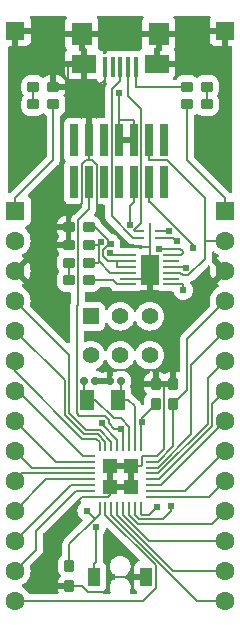
<source format=gtl>
G04 #@! TF.GenerationSoftware,KiCad,Pcbnew,(6.0.9)*
G04 #@! TF.CreationDate,2022-12-10T19:39:28+09:00*
G04 #@! TF.ProjectId,EB-STM32L412KB,45422d53-544d-4333-924c-3431324b422e,V2.0*
G04 #@! TF.SameCoordinates,Original*
G04 #@! TF.FileFunction,Copper,L1,Top*
G04 #@! TF.FilePolarity,Positive*
%FSLAX46Y46*%
G04 Gerber Fmt 4.6, Leading zero omitted, Abs format (unit mm)*
G04 Created by KiCad (PCBNEW (6.0.9)) date 2022-12-10 19:39:28*
%MOMM*%
%LPD*%
G01*
G04 APERTURE LIST*
G04 Aperture macros list*
%AMRoundRect*
0 Rectangle with rounded corners*
0 $1 Rounding radius*
0 $2 $3 $4 $5 $6 $7 $8 $9 X,Y pos of 4 corners*
0 Add a 4 corners polygon primitive as box body*
4,1,4,$2,$3,$4,$5,$6,$7,$8,$9,$2,$3,0*
0 Add four circle primitives for the rounded corners*
1,1,$1+$1,$2,$3*
1,1,$1+$1,$4,$5*
1,1,$1+$1,$6,$7*
1,1,$1+$1,$8,$9*
0 Add four rect primitives between the rounded corners*
20,1,$1+$1,$2,$3,$4,$5,0*
20,1,$1+$1,$4,$5,$6,$7,0*
20,1,$1+$1,$6,$7,$8,$9,0*
20,1,$1+$1,$8,$9,$2,$3,0*%
G04 Aperture macros list end*
G04 #@! TA.AperFunction,SMDPad,CuDef*
%ADD10RoundRect,0.225000X0.275000X0.225000X-0.275000X0.225000X-0.275000X-0.225000X0.275000X-0.225000X0*%
G04 #@! TD*
G04 #@! TA.AperFunction,SMDPad,CuDef*
%ADD11RoundRect,0.225000X-0.225000X0.275000X-0.225000X-0.275000X0.225000X-0.275000X0.225000X0.275000X0*%
G04 #@! TD*
G04 #@! TA.AperFunction,SMDPad,CuDef*
%ADD12RoundRect,0.150000X0.150000X0.150000X-0.150000X0.150000X-0.150000X-0.150000X0.150000X-0.150000X0*%
G04 #@! TD*
G04 #@! TA.AperFunction,SMDPad,CuDef*
%ADD13RoundRect,0.150000X-0.150000X-0.150000X0.150000X-0.150000X0.150000X0.150000X-0.150000X0.150000X0*%
G04 #@! TD*
G04 #@! TA.AperFunction,SMDPad,CuDef*
%ADD14R,0.300000X1.750000*%
G04 #@! TD*
G04 #@! TA.AperFunction,SMDPad,CuDef*
%ADD15R,2.100000X1.600000*%
G04 #@! TD*
G04 #@! TA.AperFunction,ComponentPad*
%ADD16R,1.800000X1.900000*%
G04 #@! TD*
G04 #@! TA.AperFunction,SMDPad,CuDef*
%ADD17R,0.650000X2.770000*%
G04 #@! TD*
G04 #@! TA.AperFunction,SMDPad,CuDef*
%ADD18RoundRect,0.225000X-0.275000X-0.225000X0.275000X-0.225000X0.275000X0.225000X-0.275000X0.225000X0*%
G04 #@! TD*
G04 #@! TA.AperFunction,SMDPad,CuDef*
%ADD19R,1.000000X1.600000*%
G04 #@! TD*
G04 #@! TA.AperFunction,SMDPad,CuDef*
%ADD20R,0.675000X0.200000*%
G04 #@! TD*
G04 #@! TA.AperFunction,SMDPad,CuDef*
%ADD21R,0.200000X0.700000*%
G04 #@! TD*
G04 #@! TA.AperFunction,SMDPad,CuDef*
%ADD22R,1.400000X0.150000*%
G04 #@! TD*
G04 #@! TA.AperFunction,SMDPad,CuDef*
%ADD23R,1.500000X2.500000*%
G04 #@! TD*
G04 #@! TA.AperFunction,SMDPad,CuDef*
%ADD24R,0.150000X0.800000*%
G04 #@! TD*
G04 #@! TA.AperFunction,SMDPad,CuDef*
%ADD25R,0.800000X0.150000*%
G04 #@! TD*
G04 #@! TA.AperFunction,SMDPad,CuDef*
%ADD26R,1.200000X1.200000*%
G04 #@! TD*
G04 #@! TA.AperFunction,SMDPad,CuDef*
%ADD27R,1.200000X1.800000*%
G04 #@! TD*
G04 #@! TA.AperFunction,ComponentPad*
%ADD28R,1.600000X1.600000*%
G04 #@! TD*
G04 #@! TA.AperFunction,ComponentPad*
%ADD29C,1.600000*%
G04 #@! TD*
G04 #@! TA.AperFunction,ComponentPad*
%ADD30R,1.400000X1.400000*%
G04 #@! TD*
G04 #@! TA.AperFunction,ComponentPad*
%ADD31C,1.400000*%
G04 #@! TD*
G04 #@! TA.AperFunction,ViaPad*
%ADD32C,0.609600*%
G04 #@! TD*
G04 #@! TA.AperFunction,Conductor*
%ADD33C,0.152400*%
G04 #@! TD*
G04 APERTURE END LIST*
D10*
X-2650000Y-2900000D03*
X-4350000Y-2900000D03*
X-2650000Y-1400000D03*
X-4350000Y-1400000D03*
D11*
X3000000Y-14650000D03*
X3000000Y-16350000D03*
X-4300000Y-30050000D03*
X-4300000Y-31750000D03*
D12*
X100000Y-14400000D03*
X-900000Y-14400000D03*
D13*
X-3100000Y-14400000D03*
X-2100000Y-14400000D03*
D10*
X-5650000Y10500000D03*
X-7350000Y10500000D03*
X-2650000Y-5900000D03*
X-4350000Y-5900000D03*
X7350000Y10500000D03*
X5650000Y10500000D03*
D14*
X1300000Y12125000D03*
X650000Y12125000D03*
X0Y12125000D03*
X-650000Y12125000D03*
X-1300000Y12125000D03*
D15*
X-3100000Y12450000D03*
X3100000Y12450000D03*
D16*
X-3250000Y15000000D03*
X3250000Y15000000D03*
D17*
X3710000Y5978000D03*
X3710000Y2422000D03*
X2440000Y5978000D03*
X2440000Y2422000D03*
X1170000Y5978000D03*
X1170000Y2422000D03*
X-100000Y5978000D03*
X-100000Y2422000D03*
X-1370000Y5978000D03*
X-1370000Y2422000D03*
X-2640000Y5978000D03*
X-2640000Y2422000D03*
X-3910000Y5978000D03*
X-3910000Y2422000D03*
D18*
X5650000Y9000000D03*
X7350000Y9000000D03*
X-7350000Y9000000D03*
X-5650000Y9000000D03*
D10*
X-2650000Y-4400000D03*
X-4350000Y-4400000D03*
D19*
X-2200000Y-31000000D03*
X2200000Y-31000000D03*
D20*
X1712500Y-2275000D03*
X1712500Y-1725000D03*
D21*
X2500000Y-1350000D03*
D20*
X3287500Y-1725000D03*
X3287500Y-2275000D03*
D21*
X2500000Y-2650000D03*
D22*
X700000Y-3750000D03*
X700000Y-4250000D03*
X700000Y-4750000D03*
X700000Y-5250000D03*
X700000Y-5750000D03*
X700000Y-6250000D03*
X4300000Y-6250000D03*
X4300000Y-5750000D03*
X4300000Y-5250000D03*
X4300000Y-4750000D03*
X4300000Y-4250000D03*
X4300000Y-3750000D03*
D23*
X2500000Y-5000000D03*
D24*
X1750000Y-20000000D03*
X1250000Y-20000000D03*
X750000Y-20000000D03*
X250000Y-20000000D03*
X-250000Y-20000000D03*
X-750000Y-20000000D03*
X-1250000Y-20000000D03*
X-1750000Y-20000000D03*
D25*
X-2500000Y-20750000D03*
X-2500000Y-21250000D03*
X-2500000Y-21750000D03*
X-2500000Y-22250000D03*
X-2500000Y-22750000D03*
X-2500000Y-23250000D03*
X-2500000Y-23750000D03*
X-2500000Y-24250000D03*
D24*
X-1750000Y-25000000D03*
X-1250000Y-25000000D03*
X-750000Y-25000000D03*
X-250000Y-25000000D03*
X250000Y-25000000D03*
X750000Y-25000000D03*
X1250000Y-25000000D03*
X1750000Y-25000000D03*
D25*
X2500000Y-24250000D03*
X2500000Y-23750000D03*
X2500000Y-23250000D03*
X2500000Y-22750000D03*
X2500000Y-22250000D03*
X2500000Y-21750000D03*
X2500000Y-21250000D03*
D26*
X-900000Y-23400000D03*
X-900000Y-21600000D03*
D25*
X2500000Y-20750000D03*
D26*
X900000Y-21600000D03*
X900000Y-23400000D03*
D27*
X-200000Y-16000000D03*
X-2800000Y-16000000D03*
D28*
X-8890000Y15240000D03*
X8890000Y15240000D03*
X-8890000Y0D03*
D29*
X-8890000Y-2540000D03*
X-8890000Y-5080000D03*
X-8890000Y-7620000D03*
X-8890000Y-10160000D03*
X-8890000Y-12700000D03*
X-8890000Y-15240000D03*
X-8890000Y-17780000D03*
X-8890000Y-20320000D03*
X-8890000Y-22860000D03*
X-8890000Y-25400000D03*
X-8890000Y-27940000D03*
X-8890000Y-30480000D03*
X-8890000Y-33020000D03*
D30*
X-2500000Y-8950000D03*
D31*
X0Y-8950000D03*
X2500000Y-8950000D03*
X-2500000Y-12250000D03*
X0Y-12250000D03*
X2500000Y-12250000D03*
D11*
X4500000Y-14650000D03*
X4500000Y-16350000D03*
D28*
X8890000Y0D03*
D29*
X8890000Y-2540000D03*
X8890000Y-5080000D03*
X8890000Y-7620000D03*
X8890000Y-10160000D03*
X8890000Y-12700000D03*
X8890000Y-15240000D03*
X8890000Y-17780000D03*
X8890000Y-20320000D03*
X8890000Y-22860000D03*
X8890000Y-25400000D03*
X8890000Y-27940000D03*
X8890000Y-30480000D03*
X8890000Y-33020000D03*
D32*
X-1631000Y-2693000D03*
X-100000Y9983800D03*
X-700000Y-31000000D03*
X100000Y-18457500D03*
X-2021500Y-26781900D03*
X3100000Y-25095800D03*
X822989Y-1177011D03*
X6200000Y-3200000D03*
X4300000Y-25000000D03*
X1807900Y-17873800D03*
X-2800000Y-25400000D03*
X-802100Y-2783400D03*
X-1565300Y-17965100D03*
X5336800Y-6744700D03*
X5540700Y-4874700D03*
X3318100Y-3226800D03*
X4800000Y-2600000D03*
X-881500Y-3596400D03*
X4138100Y-1689500D03*
D33*
X-2650000Y-2900000D02*
X-1821500Y-2900000D01*
X-1631000Y-2709500D02*
X-1631000Y-2693000D01*
X-1821500Y-4321500D02*
X-1900000Y-4400000D01*
X5650000Y4319500D02*
X5650000Y9000000D01*
X8890000Y1079500D02*
X5650000Y4319500D01*
X-1821500Y-3850100D02*
X-1821500Y-4321500D01*
X-1821500Y-2900000D02*
X-1821500Y-3850100D01*
X-1821500Y-4278500D02*
X-850000Y-5250000D01*
X-8890000Y1079500D02*
X-5650000Y4319500D01*
X-1900000Y-4400000D02*
X-2650000Y-4400000D01*
X-1821500Y-2900000D02*
X-1631000Y-2709500D01*
X-5650000Y4319500D02*
X-5650000Y9000000D01*
X8890000Y0D02*
X8890000Y1079500D01*
X-850000Y-5250000D02*
X700000Y-5250000D01*
X-1821500Y-3850100D02*
X-1821500Y-4278500D01*
X-8890000Y0D02*
X-8890000Y1079500D01*
X900000Y-3100000D02*
X2500000Y-3100000D01*
X-8890000Y-5080000D02*
X-8680000Y-5080000D01*
X8890000Y-5080000D02*
X5231800Y-8738200D01*
X-6500000Y-2900000D02*
X-4350000Y-2900000D01*
X900000Y-21600000D02*
X1779500Y-21600000D01*
X2500000Y-2710100D02*
X2500000Y-2650000D01*
X-2640000Y5978000D02*
X-2640000Y8540000D01*
X-3250000Y15000000D02*
X-3250000Y13770500D01*
X-100000Y6711400D02*
X-100000Y5978000D01*
X-1300000Y11100000D02*
X-1700000Y10700000D01*
X-2640000Y5145800D02*
X-2640000Y4313500D01*
X-100000Y6711400D02*
X-100000Y9983800D01*
X3250000Y13770500D02*
X3100000Y13620500D01*
X-900000Y-23400000D02*
X900000Y-23400000D01*
X1820500Y-20750000D02*
X1820500Y-21559000D01*
X3750000Y-14650000D02*
X3000000Y-14650000D01*
X-900000Y-21600000D02*
X-20500Y-21600000D01*
X-100000Y7642500D02*
X1170000Y7642500D01*
X2800000Y-13500000D02*
X-900000Y-13500000D01*
X-2420700Y4313500D02*
X-1974600Y3867400D01*
X-4429500Y10770500D02*
X-4700000Y10500000D01*
X3750000Y-14650000D02*
X3750000Y-20150000D01*
X-2640000Y4313500D02*
X-2866800Y4313500D01*
X-3250000Y-24250000D02*
X-5700000Y-26700000D01*
X-2600000Y10700000D02*
X-3100000Y11200000D01*
X-100000Y6711400D02*
X-100000Y7642500D01*
X-2640000Y8540000D02*
X-4600000Y10500000D01*
X-4600000Y10500000D02*
X-5650000Y10500000D01*
X700000Y-5750000D02*
X2250000Y-5750000D01*
X-4429500Y12450000D02*
X-4429500Y10770500D01*
X-2100000Y-14400000D02*
X-900000Y-14400000D01*
X-4350000Y-1400000D02*
X-4350000Y-2900000D01*
X-2500000Y-24250000D02*
X-3250000Y-24250000D01*
X4500000Y-8946900D02*
X4500000Y-14650000D01*
X-8680000Y-5080000D02*
X-6500000Y-2900000D01*
X-4250000Y-31800000D02*
X-4300000Y-31750000D01*
X4500000Y-14650000D02*
X3750000Y-14650000D01*
X2500000Y-20750000D02*
X1820500Y-20750000D01*
X3100000Y13620500D02*
X3100000Y12450000D01*
X900000Y-23400000D02*
X900000Y-21600000D01*
X-1000000Y-32000000D02*
X-1300000Y-32300000D01*
X-3250000Y13770500D02*
X-3100000Y13620500D01*
X-1700000Y10700000D02*
X-2600000Y10700000D01*
X-5700000Y-31400000D02*
X-5350000Y-31750000D01*
X1820500Y-21559000D02*
X1779500Y-21600000D01*
X3000000Y-13700000D02*
X2800000Y-13500000D01*
X-5700000Y-26700000D02*
X-5700000Y-31400000D01*
X-900000Y-21600000D02*
X-900000Y-23400000D01*
X-2866800Y4313500D02*
X-3244500Y3935800D01*
X-1050000Y-24250000D02*
X-2500000Y-24250000D01*
X900000Y-21600000D02*
X-20500Y-21600000D01*
X3750000Y-20150000D02*
X3150000Y-20750000D01*
X2500000Y-5000000D02*
X2500000Y-5750000D01*
X-900000Y-23400000D02*
X-900000Y-24100000D01*
X4708700Y-8738200D02*
X2500000Y-6529500D01*
X-1300000Y-32300000D02*
X-2758800Y-32300000D01*
X-3100000Y12450000D02*
X-4429500Y12450000D01*
X-4350000Y-429400D02*
X-4350000Y-1400000D01*
X-3100000Y13279500D02*
X-3100000Y12450000D01*
X2500000Y-5750000D02*
X2500000Y-6529500D01*
X2200000Y-31000000D02*
X-700000Y-31000000D01*
X-900000Y-24100000D02*
X-1050000Y-24250000D01*
X-3258800Y-31800000D02*
X-4250000Y-31800000D01*
X3150000Y-20750000D02*
X2500000Y-20750000D01*
X-3100000Y13620500D02*
X-3100000Y13279500D01*
X-1300000Y12125000D02*
X-1300000Y11100000D01*
X-3244500Y3935800D02*
X-3244500Y676100D01*
X-2758800Y-32300000D02*
X-3258800Y-31800000D01*
X2500000Y-5000000D02*
X2500000Y-2710100D01*
X3250000Y15000000D02*
X3250000Y13770500D01*
X2500000Y-2650000D02*
X2500000Y-1350000D01*
X-900000Y-13500000D02*
X-900000Y-14400000D01*
X-2640000Y4313500D02*
X-2420700Y4313500D01*
X-3244500Y676100D02*
X-4350000Y-429400D01*
X-1974600Y-225400D02*
X900000Y-3100000D01*
X-1974600Y3867400D02*
X-1974600Y-225400D01*
X-1000000Y-31300000D02*
X-1000000Y-32000000D01*
X3000000Y-14650000D02*
X3000000Y-13700000D01*
X-5350000Y-31750000D02*
X-4300000Y-31750000D01*
X-3100000Y11200000D02*
X-3100000Y12450000D01*
X-4700000Y10500000D02*
X-5650000Y10500000D01*
X-700000Y-31000000D02*
X-1000000Y-31300000D01*
X4708700Y-8738200D02*
X4500000Y-8946900D01*
X-2640000Y5145800D02*
X-2640000Y5978000D01*
X1170000Y7642500D02*
X1170000Y5978000D01*
X5231800Y-8738200D02*
X4708700Y-8738200D01*
X1223600Y-19294100D02*
X1250000Y-19320500D01*
X1223600Y-16544100D02*
X1223600Y-19294100D01*
X-200000Y-16000000D02*
X100000Y-15700000D01*
X-200000Y-16000000D02*
X679500Y-16000000D01*
X100000Y-15700000D02*
X100000Y-14400000D01*
X679500Y-16000000D02*
X1223600Y-16544100D01*
X1250000Y-20000000D02*
X1250000Y-19320500D01*
X-524178Y-17575822D02*
X-2100000Y-16000000D01*
X-3100000Y-15700000D02*
X-2800000Y-16000000D01*
X-3100000Y-14400000D02*
X-3100000Y-15700000D01*
X44506Y-17575822D02*
X-524178Y-17575822D01*
X-2100000Y-16000000D02*
X-2800000Y-16000000D01*
X750000Y-20000000D02*
X750000Y-18281316D01*
X750000Y-18281316D02*
X44506Y-17575822D01*
X-7350000Y9000000D02*
X-7350000Y10500000D01*
X-629500Y-5900000D02*
X-279500Y-6250000D01*
X-2650000Y-5900000D02*
X-629500Y-5900000D01*
X-279500Y-6250000D02*
X700000Y-6250000D01*
X-4350000Y-4400000D02*
X-4350000Y-5900000D01*
X7350000Y9000000D02*
X7350000Y10500000D01*
X1300000Y12125000D02*
X1300000Y10500000D01*
X1300000Y10500000D02*
X5650000Y10500000D01*
X1712500Y-2275000D02*
X1095500Y-2275000D01*
X-704600Y-474900D02*
X-704600Y10265900D01*
X-704600Y10265900D02*
X0Y10970500D01*
X1095500Y-2275000D02*
X-704600Y-474900D01*
X0Y12125000D02*
X0Y10970500D01*
X1774600Y-1051584D02*
X1163092Y-1663092D01*
X1163092Y-1663092D02*
X1225000Y-1725000D01*
X650000Y9742700D02*
X650000Y12125000D01*
X1774600Y8618100D02*
X1774600Y-1051584D01*
X1774600Y8618100D02*
X650000Y9742700D01*
X1225000Y-1725000D02*
X1712500Y-1725000D01*
X250000Y-18607500D02*
X100000Y-18457500D01*
X100000Y-18457500D02*
X-542500Y-18457500D01*
X-2200000Y-31000000D02*
X-2200000Y-29920500D01*
X-981100Y-17723116D02*
X-1323316Y-17380900D01*
X-981100Y-18018900D02*
X-981100Y-17723116D01*
X-3685500Y-8086600D02*
X-3569500Y-7970600D01*
X-2200000Y-29920500D02*
X-2021500Y-29742000D01*
X-542500Y-18457500D02*
X-981100Y-18018900D01*
X250000Y-20000000D02*
X250000Y-18607500D01*
X-2640000Y125400D02*
X-2640000Y2422000D01*
X-1323316Y-17380900D02*
X-3477900Y-17380900D01*
X-3685500Y-17173300D02*
X-3685500Y-8086600D01*
X-2021500Y-29742000D02*
X-2021500Y-26781900D01*
X-3569500Y-804100D02*
X-2640000Y125400D01*
X-3569500Y-7970600D02*
X-3569500Y-804100D01*
X-3477900Y-17380900D02*
X-3685500Y-17173300D01*
X1170000Y757500D02*
X1170000Y2422000D01*
X3100000Y-25095800D02*
X2451400Y-25744400D01*
X822989Y-1177011D02*
X822989Y410489D01*
X2451400Y-25744400D02*
X1844400Y-25744400D01*
X1750000Y-25650000D02*
X1750000Y-25000000D01*
X1844400Y-25744400D02*
X1750000Y-25650000D01*
X822989Y410489D02*
X1170000Y757500D01*
X2547900Y757500D02*
X2440000Y757500D01*
X1593694Y-26100000D02*
X1250000Y-25756306D01*
X1250000Y-25756306D02*
X1250000Y-25000000D01*
X3600000Y-26100000D02*
X1593694Y-26100000D01*
X6200000Y-2894600D02*
X2547900Y757500D01*
X6200000Y-3200000D02*
X6200000Y-2894600D01*
X2440000Y757500D02*
X2440000Y2422000D01*
X4300000Y-25000000D02*
X4300000Y-25400000D01*
X4300000Y-25400000D02*
X3600000Y-26100000D01*
X-8890000Y-30480000D02*
X-7100000Y-28690000D01*
X-7100000Y-27100000D02*
X-3750000Y-23750000D01*
X-3750000Y-23750000D02*
X-2500000Y-23750000D01*
X-7100000Y-28690000D02*
X-7100000Y-27100000D01*
X-8890000Y-27940000D02*
X-4200000Y-23250000D01*
X-4200000Y-23250000D02*
X-2500000Y-23250000D01*
X-8890000Y-25400000D02*
X-6240000Y-22750000D01*
X-6240000Y-22750000D02*
X-2500000Y-22750000D01*
X-8890000Y-22860000D02*
X-8280000Y-22250000D01*
X-8280000Y-22250000D02*
X-2500000Y-22250000D01*
X-7460000Y-21750000D02*
X-2500000Y-21750000D01*
X-8890000Y-20320000D02*
X-7460000Y-21750000D01*
X-5420000Y-21250000D02*
X-2500000Y-21250000D01*
X-8890000Y-17780000D02*
X-5420000Y-21250000D01*
X-8689500Y-15240000D02*
X-3179500Y-20750000D01*
X-2500000Y-20750000D02*
X-3179500Y-20750000D01*
X-8890000Y-15240000D02*
X-8689500Y-15240000D01*
X-8890000Y-12700000D02*
X-8890000Y-13610000D01*
X-8890000Y-13610000D02*
X-3199200Y-19300800D01*
X-1750000Y-19583388D02*
X-1750000Y-20000000D01*
X-3199200Y-19300800D02*
X-2032588Y-19300800D01*
X-2032588Y-19300800D02*
X-1750000Y-19583388D01*
X-1250000Y-20000000D02*
X-1250000Y-19580494D01*
X-1885294Y-18945200D02*
X-3051906Y-18945200D01*
X-4685200Y-17311906D02*
X-4685200Y-14364800D01*
X-4685200Y-14364800D02*
X-8890000Y-10160000D01*
X-3051906Y-18945200D02*
X-4685200Y-17311906D01*
X-1250000Y-19580494D02*
X-1885294Y-18945200D01*
X-4329500Y-17164712D02*
X-2904612Y-18589600D01*
X-750000Y-19577600D02*
X-750000Y-20000000D01*
X-1738000Y-18589600D02*
X-750000Y-19577600D01*
X-4329500Y-12180500D02*
X-4329500Y-17164712D01*
X-8890000Y-7620000D02*
X-4329500Y-12180500D01*
X-2904612Y-18589600D02*
X-1738000Y-18589600D01*
X-1250000Y-25000000D02*
X-1250000Y-25795100D01*
X1897500Y-33020000D02*
X-8890000Y-33020000D01*
X-1250000Y-25795100D02*
X2991300Y-30036400D01*
X2991300Y-31926200D02*
X1897500Y-33020000D01*
X2991300Y-30036400D02*
X2991300Y-31926200D01*
X-750000Y-25768800D02*
X6501200Y-33020000D01*
X6501200Y-33020000D02*
X8890000Y-33020000D01*
X-750000Y-25000000D02*
X-750000Y-25616600D01*
X-750000Y-25616600D02*
X-750000Y-25768800D01*
X4464300Y-30480000D02*
X-250000Y-25765700D01*
X8890000Y-30480000D02*
X4464300Y-30480000D01*
X-250000Y-25765700D02*
X-250000Y-25000000D01*
X250000Y-25762300D02*
X250000Y-25000000D01*
X2427700Y-27940000D02*
X250000Y-25762300D01*
X8890000Y-27940000D02*
X2427700Y-27940000D01*
X750000Y-25759200D02*
X750000Y-25000000D01*
X8890000Y-25400000D02*
X7790000Y-26500000D01*
X1490800Y-26500000D02*
X750000Y-25759200D01*
X7790000Y-26500000D02*
X1490800Y-26500000D01*
X7500000Y-24250000D02*
X3179500Y-24250000D01*
X2500000Y-24250000D02*
X3179500Y-24250000D01*
X8890000Y-22860000D02*
X7500000Y-24250000D01*
X8890000Y-20320000D02*
X5460000Y-23750000D01*
X5460000Y-23750000D02*
X2500000Y-23750000D01*
X3420000Y-23250000D02*
X8890000Y-17780000D01*
X2500000Y-23250000D02*
X3420000Y-23250000D01*
X7785400Y-18212700D02*
X7785400Y-16344600D01*
X3248100Y-22750000D02*
X7785400Y-18212700D01*
X3079400Y-22750000D02*
X3248100Y-22750000D01*
X2500000Y-22750000D02*
X3079400Y-22750000D01*
X7785400Y-16344600D02*
X8890000Y-15240000D01*
X2500000Y-21250000D02*
X3179500Y-21250000D01*
X4500000Y-16350000D02*
X5635400Y-15214600D01*
X5635400Y-15214600D02*
X5635400Y-10874600D01*
X4500000Y-16350000D02*
X4500000Y-19929500D01*
X5635400Y-10874600D02*
X8890000Y-7620000D01*
X4500000Y-19929500D02*
X3179500Y-21250000D01*
X1750000Y-17931700D02*
X1750000Y-20000000D01*
X-1007900Y-2783400D02*
X-1007900Y-2896500D01*
X7175100Y-2540000D02*
X7175100Y1074200D01*
X700000Y-4250000D02*
X-279500Y-4250000D01*
X-4300000Y-28229500D02*
X-2135250Y-26064750D01*
X-1007900Y-2489600D02*
X-2097500Y-1400000D01*
X-1465800Y-3838284D02*
X-1054084Y-4250000D01*
X-279500Y-4250000D02*
X-279500Y-4750000D01*
X-2800000Y-25400000D02*
X-2135250Y-26064750D01*
X-4300000Y-30050000D02*
X-4300000Y-28229500D01*
X3935800Y4313500D02*
X2440000Y4313500D01*
X1807900Y-17873800D02*
X1750000Y-17931700D01*
X7175100Y-4066700D02*
X7175100Y-2540000D01*
X-1565300Y-18099200D02*
X-250000Y-19414500D01*
X5089700Y-5250000D02*
X5298700Y-5459000D01*
X-1465800Y-3354400D02*
X-1465800Y-3838284D01*
X3000000Y-16350000D02*
X1807900Y-17542100D01*
X4300000Y-5250000D02*
X5089700Y-5250000D01*
X7175100Y1074200D02*
X3935800Y4313500D01*
X7175100Y-2540000D02*
X8890000Y-2540000D01*
X-1054084Y-4250000D02*
X-279500Y-4250000D01*
X-2097500Y-1400000D02*
X-2650000Y-1400000D01*
X-1565300Y-17965100D02*
X-1565300Y-18099200D01*
X-1007900Y-2783400D02*
X-1007900Y-2489600D01*
X-1007900Y-2783400D02*
X-802100Y-2783400D01*
X700000Y-4750000D02*
X-279500Y-4750000D01*
X2440000Y5978000D02*
X2440000Y4313500D01*
X1807900Y-17542100D02*
X1807900Y-17873800D01*
X5782800Y-5459000D02*
X7175100Y-4066700D01*
X-1007900Y-2896500D02*
X-1465800Y-3354400D01*
X-250000Y-19414500D02*
X-250000Y-20000000D01*
X-2135250Y-26064750D02*
X-1750000Y-25679500D01*
X-1750000Y-25339700D02*
X-1750000Y-25679500D01*
X-1750000Y-25000000D02*
X-1750000Y-25339700D01*
X5298700Y-5459000D02*
X5782800Y-5459000D01*
X5991100Y-13058900D02*
X8890000Y-10160000D01*
X2500000Y-21750000D02*
X3182600Y-21750000D01*
X3182600Y-21750000D02*
X5991100Y-18941500D01*
X4300000Y-6250000D02*
X5279500Y-6250000D01*
X5991100Y-18941500D02*
X5991100Y-13058900D01*
X5279500Y-6250000D02*
X5279500Y-6687400D01*
X5279500Y-6687400D02*
X5336800Y-6744700D01*
X7429600Y-14160400D02*
X8890000Y-12700000D01*
X3227800Y-22250000D02*
X7429600Y-18048200D01*
X5404200Y-4874700D02*
X5279500Y-4750000D01*
X5540700Y-4874700D02*
X5404200Y-4874700D01*
X4300000Y-4750000D02*
X5279500Y-4750000D01*
X7429600Y-18048200D02*
X7429600Y-14160400D01*
X2500000Y-22250000D02*
X3227800Y-22250000D01*
X5300000Y-3600000D02*
X5300000Y-3442216D01*
X5084584Y-3226800D02*
X3318100Y-3226800D01*
X5300000Y-3442216D02*
X5084584Y-3226800D01*
X4300000Y-3750000D02*
X5150000Y-3750000D01*
X5150000Y-3750000D02*
X5300000Y-3600000D01*
X4475000Y-2275000D02*
X3287500Y-2275000D01*
X4800000Y-2600000D02*
X4475000Y-2275000D01*
X-279500Y-3750000D02*
X-727900Y-3750000D01*
X700000Y-3750000D02*
X-279500Y-3750000D01*
X-727900Y-3750000D02*
X-881500Y-3596400D01*
X4138100Y-1689500D02*
X3940000Y-1689500D01*
X3940000Y-1689500D02*
X3904500Y-1725000D01*
X3287500Y-1725000D02*
X3904500Y-1725000D01*
G04 #@! TA.AperFunction,Conductor*
G36*
X-1007900Y-26864090D02*
G01*
X1623765Y-29495755D01*
X1657791Y-29558067D01*
X1652726Y-29628882D01*
X1610179Y-29685718D01*
X1578899Y-29702832D01*
X1461948Y-29746675D01*
X1446351Y-29755214D01*
X1344276Y-29831715D01*
X1331715Y-29844276D01*
X1255214Y-29946351D01*
X1246676Y-29961946D01*
X1201522Y-30082394D01*
X1197895Y-30097649D01*
X1192369Y-30148514D01*
X1192000Y-30155328D01*
X1192000Y-30727885D01*
X1196475Y-30743124D01*
X1197865Y-30744329D01*
X1205548Y-30746000D01*
X2280600Y-30746000D01*
X2348721Y-30766002D01*
X2395214Y-30819658D01*
X2406600Y-30872000D01*
X2406600Y-31128000D01*
X2386598Y-31196121D01*
X2332942Y-31242614D01*
X2280600Y-31254000D01*
X1210116Y-31254000D01*
X1194877Y-31258475D01*
X1193672Y-31259865D01*
X1192001Y-31267548D01*
X1192001Y-31844669D01*
X1192371Y-31851490D01*
X1197895Y-31902352D01*
X1201521Y-31917604D01*
X1246676Y-32038054D01*
X1255214Y-32053649D01*
X1331715Y-32155724D01*
X1344276Y-32168285D01*
X1397900Y-32208474D01*
X1440415Y-32265333D01*
X1445441Y-32336152D01*
X1411381Y-32398445D01*
X1349050Y-32432435D01*
X1322335Y-32435300D01*
X922804Y-32435300D01*
X854683Y-32415298D01*
X808190Y-32361642D01*
X798086Y-32291368D01*
X807697Y-32258051D01*
X842202Y-32180552D01*
X842202Y-32180551D01*
X844887Y-32174521D01*
X872055Y-32046705D01*
X882128Y-31999317D01*
X882128Y-31999313D01*
X883500Y-31992860D01*
X883500Y-31807140D01*
X878947Y-31785716D01*
X848672Y-31643286D01*
X844887Y-31625479D01*
X820034Y-31569658D01*
X772033Y-31461847D01*
X772032Y-31461845D01*
X769348Y-31455817D01*
X745576Y-31423097D01*
X664068Y-31310910D01*
X664066Y-31310908D01*
X660185Y-31305566D01*
X655274Y-31301144D01*
X527077Y-31185715D01*
X527076Y-31185714D01*
X522169Y-31181296D01*
X397155Y-31109119D01*
X348162Y-31057736D01*
X334726Y-30988023D01*
X361112Y-30922112D01*
X397155Y-30890881D01*
X456933Y-30856368D01*
X522169Y-30818704D01*
X530416Y-30811279D01*
X655274Y-30698856D01*
X655275Y-30698855D01*
X660185Y-30694434D01*
X681599Y-30664961D01*
X765467Y-30549526D01*
X765468Y-30549525D01*
X769348Y-30544184D01*
X796786Y-30482559D01*
X842202Y-30380552D01*
X842202Y-30380551D01*
X844887Y-30374521D01*
X883500Y-30192860D01*
X883500Y-30007140D01*
X870899Y-29947854D01*
X859728Y-29895300D01*
X844887Y-29825479D01*
X813406Y-29754771D01*
X772033Y-29661847D01*
X772032Y-29661845D01*
X769348Y-29655817D01*
X741861Y-29617984D01*
X664068Y-29510910D01*
X664066Y-29510908D01*
X660185Y-29505566D01*
X629236Y-29477699D01*
X527077Y-29385715D01*
X527076Y-29385714D01*
X522169Y-29381296D01*
X402349Y-29312118D01*
X367054Y-29291740D01*
X367053Y-29291739D01*
X361331Y-29288436D01*
X184702Y-29231046D01*
X178139Y-29230356D01*
X178138Y-29230356D01*
X153942Y-29227813D01*
X46306Y-29216500D01*
X-46306Y-29216500D01*
X-153942Y-29227813D01*
X-178138Y-29230356D01*
X-178139Y-29230356D01*
X-184702Y-29231046D01*
X-361331Y-29288436D01*
X-367053Y-29291739D01*
X-367054Y-29291740D01*
X-402349Y-29312118D01*
X-522169Y-29381296D01*
X-527076Y-29385714D01*
X-527077Y-29385715D01*
X-629236Y-29477699D01*
X-660185Y-29505566D01*
X-664066Y-29510908D01*
X-664068Y-29510910D01*
X-765467Y-29650474D01*
X-769348Y-29655816D01*
X-772032Y-29661844D01*
X-772033Y-29661846D01*
X-809801Y-29746675D01*
X-844887Y-29825479D01*
X-859728Y-29895300D01*
X-870898Y-29947854D01*
X-883500Y-30007140D01*
X-883500Y-30192860D01*
X-844887Y-30374521D01*
X-842203Y-30380550D01*
X-842202Y-30380552D01*
X-797924Y-30480000D01*
X-769348Y-30544183D01*
X-765468Y-30549524D01*
X-765467Y-30549525D01*
X-681598Y-30664961D01*
X-660185Y-30694434D01*
X-655275Y-30698855D01*
X-655274Y-30698856D01*
X-530415Y-30811279D01*
X-522169Y-30818704D01*
X-456933Y-30856368D01*
X-397155Y-30890881D01*
X-348162Y-30942264D01*
X-334726Y-31011977D01*
X-361112Y-31077888D01*
X-397155Y-31109119D01*
X-522169Y-31181296D01*
X-527076Y-31185714D01*
X-527077Y-31185715D01*
X-655274Y-31301144D01*
X-660185Y-31305566D01*
X-664066Y-31310908D01*
X-664068Y-31310910D01*
X-765467Y-31450474D01*
X-769348Y-31455816D01*
X-772032Y-31461844D01*
X-772033Y-31461846D01*
X-785959Y-31493124D01*
X-844887Y-31625479D01*
X-848672Y-31643286D01*
X-878946Y-31785716D01*
X-883500Y-31807140D01*
X-883500Y-31992860D01*
X-882128Y-31999313D01*
X-882128Y-31999317D01*
X-872055Y-32046705D01*
X-844887Y-32174521D01*
X-842203Y-32180550D01*
X-842202Y-32180552D01*
X-807697Y-32258051D01*
X-798263Y-32328418D01*
X-828369Y-32392715D01*
X-888458Y-32430529D01*
X-922804Y-32435300D01*
X-1321501Y-32435300D01*
X-1389622Y-32415298D01*
X-1436115Y-32361642D01*
X-1446219Y-32291368D01*
X-1416725Y-32226788D01*
X-1397066Y-32208474D01*
X-1343920Y-32168643D01*
X-1343919Y-32168642D01*
X-1336739Y-32163261D01*
X-1249385Y-32046705D01*
X-1198255Y-31910316D01*
X-1191500Y-31848134D01*
X-1191500Y-30151866D01*
X-1198255Y-30089684D01*
X-1249385Y-29953295D01*
X-1292850Y-29895300D01*
X-1331355Y-29843922D01*
X-1331358Y-29843919D01*
X-1336739Y-29836739D01*
X-1343920Y-29831357D01*
X-1343925Y-29831352D01*
X-1385884Y-29799905D01*
X-1428399Y-29743046D01*
X-1435239Y-29715536D01*
X-1435721Y-29711877D01*
X-1436800Y-29695421D01*
X-1436800Y-27402240D01*
X-1416798Y-27334119D01*
X-1403879Y-27318482D01*
X-1404164Y-27318243D01*
X-1399633Y-27312843D01*
X-1394534Y-27307987D01*
X-1293561Y-27156010D01*
X-1262644Y-27074621D01*
X-1231267Y-26992022D01*
X-1231266Y-26992017D01*
X-1228767Y-26985439D01*
X-1221769Y-26935648D01*
X-1192480Y-26870974D01*
X-1132876Y-26832402D01*
X-1061879Y-26832177D01*
X-1007900Y-26864090D01*
G37*
G04 #@! TD.AperFunction*
G04 #@! TA.AperFunction,Conductor*
G36*
X-3462964Y-24394022D02*
G01*
X-3406129Y-24436569D01*
X-3389015Y-24467849D01*
X-3353325Y-24563052D01*
X-3344789Y-24578644D01*
X-3317435Y-24615142D01*
X-3292588Y-24681649D01*
X-3307641Y-24751031D01*
X-3330105Y-24780731D01*
X-3429215Y-24877787D01*
X-3434250Y-24882718D01*
X-3533092Y-25036090D01*
X-3535501Y-25042710D01*
X-3535503Y-25042713D01*
X-3591501Y-25196567D01*
X-3595498Y-25207549D01*
X-3618366Y-25388573D01*
X-3600561Y-25570164D01*
X-3542967Y-25743299D01*
X-3448446Y-25899371D01*
X-3443555Y-25904436D01*
X-3443554Y-25904437D01*
X-3372620Y-25977891D01*
X-3321697Y-26030623D01*
X-3213465Y-26101448D01*
X-3167418Y-26155484D01*
X-3157894Y-26225839D01*
X-3187918Y-26290174D01*
X-3193364Y-26295974D01*
X-4680503Y-27783113D01*
X-4692894Y-27793980D01*
X-4717013Y-27812487D01*
X-4752196Y-27858339D01*
X-4810734Y-27934627D01*
X-4827990Y-27976287D01*
X-4869650Y-28076863D01*
X-4884700Y-28191179D01*
X-4889745Y-28229500D01*
X-4888667Y-28237688D01*
X-4885778Y-28259633D01*
X-4884700Y-28276079D01*
X-4884700Y-29064775D01*
X-4904702Y-29132896D01*
X-4944396Y-29171918D01*
X-4983713Y-29196248D01*
X-5104552Y-29317298D01*
X-5108392Y-29323528D01*
X-5108393Y-29323529D01*
X-5189745Y-29455507D01*
X-5194302Y-29462899D01*
X-5248149Y-29625243D01*
X-5248849Y-29632080D01*
X-5248850Y-29632082D01*
X-5253083Y-29673401D01*
X-5258500Y-29726268D01*
X-5258500Y-30373732D01*
X-5258163Y-30376978D01*
X-5258163Y-30376982D01*
X-5254625Y-30411083D01*
X-5247887Y-30476019D01*
X-5193756Y-30638268D01*
X-5189904Y-30644492D01*
X-5189904Y-30644493D01*
X-5117362Y-30761720D01*
X-5103752Y-30783713D01*
X-5098570Y-30788886D01*
X-5076180Y-30811237D01*
X-5042101Y-30873520D01*
X-5047104Y-30944340D01*
X-5076025Y-30989428D01*
X-5098986Y-31012429D01*
X-5107998Y-31023840D01*
X-5190004Y-31156880D01*
X-5196151Y-31170061D01*
X-5245491Y-31318814D01*
X-5248358Y-31332190D01*
X-5257672Y-31423097D01*
X-5258000Y-31429514D01*
X-5258000Y-31477885D01*
X-5253525Y-31493124D01*
X-5252135Y-31494329D01*
X-5244452Y-31496000D01*
X-4172000Y-31496000D01*
X-4103879Y-31516002D01*
X-4057386Y-31569658D01*
X-4046000Y-31622000D01*
X-4046000Y-31878000D01*
X-4066002Y-31946121D01*
X-4119658Y-31992614D01*
X-4172000Y-32004000D01*
X-5239885Y-32004000D01*
X-5255124Y-32008475D01*
X-5256329Y-32009865D01*
X-5258000Y-32017548D01*
X-5258000Y-32070438D01*
X-5257663Y-32076953D01*
X-5248106Y-32169057D01*
X-5245211Y-32182459D01*
X-5216198Y-32269425D01*
X-5213614Y-32340374D01*
X-5249798Y-32401458D01*
X-5313263Y-32433282D01*
X-5335722Y-32435300D01*
X-7638687Y-32435300D01*
X-7706808Y-32415298D01*
X-7747806Y-32372300D01*
X-7750153Y-32368236D01*
X-7752477Y-32363251D01*
X-7847443Y-32227626D01*
X-7880643Y-32180211D01*
X-7880645Y-32180208D01*
X-7883802Y-32175700D01*
X-8045700Y-32013802D01*
X-8050208Y-32010645D01*
X-8050211Y-32010643D01*
X-8159115Y-31934388D01*
X-8233251Y-31882477D01*
X-8238233Y-31880154D01*
X-8238238Y-31880151D01*
X-8272457Y-31864195D01*
X-8325742Y-31817278D01*
X-8345203Y-31749001D01*
X-8324661Y-31681041D01*
X-8272457Y-31635805D01*
X-8238238Y-31619849D01*
X-8238233Y-31619846D01*
X-8233251Y-31617523D01*
X-8088264Y-31516002D01*
X-8050211Y-31489357D01*
X-8050208Y-31489355D01*
X-8045700Y-31486198D01*
X-7883802Y-31324300D01*
X-7879960Y-31318814D01*
X-7794050Y-31196121D01*
X-7752477Y-31136749D01*
X-7750154Y-31131767D01*
X-7750151Y-31131762D01*
X-7658039Y-30934225D01*
X-7658039Y-30934224D01*
X-7655716Y-30929243D01*
X-7648885Y-30903752D01*
X-7597881Y-30713402D01*
X-7597881Y-30713400D01*
X-7596457Y-30708087D01*
X-7576502Y-30480000D01*
X-7596457Y-30251913D01*
X-7612280Y-30192860D01*
X-7628044Y-30134028D01*
X-7626354Y-30063052D01*
X-7595432Y-30012322D01*
X-6719497Y-29136387D01*
X-6707105Y-29125519D01*
X-6689537Y-29112039D01*
X-6682987Y-29107013D01*
X-6623423Y-29029386D01*
X-6589266Y-28984873D01*
X-6564862Y-28925957D01*
X-6530350Y-28842637D01*
X-6515300Y-28728321D01*
X-6515300Y-28728319D01*
X-6510255Y-28690000D01*
X-6514222Y-28659867D01*
X-6515300Y-28643421D01*
X-6515300Y-27394380D01*
X-6495298Y-27326259D01*
X-6478395Y-27305285D01*
X-3596092Y-24422983D01*
X-3533780Y-24388957D01*
X-3462964Y-24394022D01*
G37*
G04 #@! TD.AperFunction*
G04 #@! TA.AperFunction,Conductor*
G36*
X1096121Y-21366002D02*
G01*
X1142614Y-21419658D01*
X1154000Y-21472000D01*
X1154000Y-23528000D01*
X1133998Y-23596121D01*
X1080342Y-23642614D01*
X1028000Y-23654000D01*
X-1028000Y-23654000D01*
X-1096121Y-23633998D01*
X-1142614Y-23580342D01*
X-1154000Y-23528000D01*
X-1154000Y-23127885D01*
X-646000Y-23127885D01*
X-641525Y-23143124D01*
X-640135Y-23144329D01*
X-632452Y-23146000D01*
X627885Y-23146000D01*
X643124Y-23141525D01*
X644329Y-23140135D01*
X646000Y-23132452D01*
X646000Y-21872115D01*
X641525Y-21856876D01*
X640135Y-21855671D01*
X632452Y-21854000D01*
X-627885Y-21854000D01*
X-643124Y-21858475D01*
X-644329Y-21859865D01*
X-646000Y-21867548D01*
X-646000Y-23127885D01*
X-1154000Y-23127885D01*
X-1154000Y-21472000D01*
X-1133998Y-21403879D01*
X-1080342Y-21357386D01*
X-1028000Y-21346000D01*
X1028000Y-21346000D01*
X1096121Y-21366002D01*
G37*
G04 #@! TD.AperFunction*
G04 #@! TA.AperFunction,Conductor*
G36*
X7968312Y-3469264D02*
G01*
X7974895Y-3475393D01*
X8045700Y-3546198D01*
X8050208Y-3549355D01*
X8050211Y-3549357D01*
X8079834Y-3570099D01*
X8233251Y-3677523D01*
X8238233Y-3679846D01*
X8238238Y-3679849D01*
X8273049Y-3696081D01*
X8326334Y-3742998D01*
X8345795Y-3811275D01*
X8325253Y-3879235D01*
X8273049Y-3924471D01*
X8238489Y-3940586D01*
X8228994Y-3946069D01*
X8176952Y-3982509D01*
X8168576Y-3992988D01*
X8175644Y-4006434D01*
X9160115Y-4990905D01*
X9194141Y-5053217D01*
X9189076Y-5124032D01*
X9160115Y-5169095D01*
X8174923Y-6154287D01*
X8168493Y-6166062D01*
X8177789Y-6178077D01*
X8228994Y-6213931D01*
X8238489Y-6219414D01*
X8273049Y-6235529D01*
X8326334Y-6282446D01*
X8345795Y-6350723D01*
X8325253Y-6418683D01*
X8273049Y-6463919D01*
X8238238Y-6480151D01*
X8238233Y-6480154D01*
X8233251Y-6482477D01*
X8201511Y-6504702D01*
X8050211Y-6610643D01*
X8050208Y-6610645D01*
X8045700Y-6613802D01*
X7883802Y-6775700D01*
X7880645Y-6780208D01*
X7880643Y-6780211D01*
X7832758Y-6848598D01*
X7752477Y-6963251D01*
X7750154Y-6968233D01*
X7750151Y-6968238D01*
X7679939Y-7118810D01*
X7655716Y-7170757D01*
X7596457Y-7391913D01*
X7576502Y-7620000D01*
X7596457Y-7848087D01*
X7597881Y-7853400D01*
X7597881Y-7853402D01*
X7628044Y-7965971D01*
X7626354Y-8036947D01*
X7595432Y-8087677D01*
X5254897Y-10428213D01*
X5242506Y-10439080D01*
X5218387Y-10457587D01*
X5158823Y-10535214D01*
X5135696Y-10565352D01*
X5135695Y-10565354D01*
X5124666Y-10579727D01*
X5124666Y-10579728D01*
X5065750Y-10721963D01*
X5050700Y-10836279D01*
X5045655Y-10874600D01*
X5046733Y-10882788D01*
X5049622Y-10904733D01*
X5050700Y-10921179D01*
X5050700Y-13536192D01*
X5030698Y-13604313D01*
X4977042Y-13650806D01*
X4906768Y-13660910D01*
X4885032Y-13655785D01*
X4881186Y-13654509D01*
X4867810Y-13651642D01*
X4776903Y-13642328D01*
X4771874Y-13642071D01*
X4756876Y-13646475D01*
X4755671Y-13647865D01*
X4754000Y-13655548D01*
X4754000Y-14778000D01*
X4733998Y-14846121D01*
X4680342Y-14892614D01*
X4628000Y-14904000D01*
X2060115Y-14904000D01*
X2044876Y-14908475D01*
X2043671Y-14909865D01*
X2042000Y-14917548D01*
X2042000Y-14970438D01*
X2042337Y-14976953D01*
X2051894Y-15069057D01*
X2054788Y-15082456D01*
X2104381Y-15231107D01*
X2110555Y-15244286D01*
X2192788Y-15377173D01*
X2201824Y-15388573D01*
X2223819Y-15410530D01*
X2257899Y-15472812D01*
X2252897Y-15543632D01*
X2223975Y-15588721D01*
X2206909Y-15605817D01*
X2195448Y-15617298D01*
X2191608Y-15623528D01*
X2126877Y-15728541D01*
X2105698Y-15762899D01*
X2051851Y-15925243D01*
X2041500Y-16026268D01*
X2041500Y-16365044D01*
X2021498Y-16433165D01*
X1967842Y-16479658D01*
X1897568Y-16489762D01*
X1832988Y-16460268D01*
X1794138Y-16398206D01*
X1793250Y-16391463D01*
X1734334Y-16249228D01*
X1664143Y-16157752D01*
X1664142Y-16157751D01*
X1640613Y-16127087D01*
X1616498Y-16108583D01*
X1604107Y-16097716D01*
X1125884Y-15619494D01*
X1115016Y-15607101D01*
X1101541Y-15589540D01*
X1096513Y-15582987D01*
X1088001Y-15576455D01*
X1000707Y-15509473D01*
X980923Y-15494292D01*
X974373Y-15489266D01*
X970277Y-15487569D01*
X922506Y-15437468D01*
X908500Y-15379733D01*
X908500Y-15051866D01*
X901745Y-14989684D01*
X898973Y-14982288D01*
X898971Y-14982282D01*
X863616Y-14887973D01*
X858433Y-14817166D01*
X860601Y-14808592D01*
X903767Y-14660011D01*
X903768Y-14660007D01*
X905562Y-14653831D01*
X908500Y-14616502D01*
X908500Y-14183498D01*
X907327Y-14168588D01*
X906067Y-14152579D01*
X906066Y-14152574D01*
X905562Y-14146169D01*
X863731Y-14002185D01*
X861357Y-13994012D01*
X861356Y-13994010D01*
X859145Y-13986399D01*
X815399Y-13912429D01*
X778491Y-13850020D01*
X778489Y-13850017D01*
X774453Y-13843193D01*
X656807Y-13725547D01*
X649983Y-13721511D01*
X649980Y-13721509D01*
X520427Y-13644892D01*
X520428Y-13644892D01*
X513601Y-13640855D01*
X505990Y-13638644D01*
X505988Y-13638643D01*
X443191Y-13620399D01*
X383356Y-13582186D01*
X353678Y-13517690D01*
X363581Y-13447387D01*
X409921Y-13393599D01*
X425094Y-13385207D01*
X428781Y-13383488D01*
X588714Y-13308910D01*
X601577Y-13302912D01*
X601580Y-13302910D01*
X606558Y-13300589D01*
X779776Y-13179301D01*
X929301Y-13029776D01*
X1050589Y-12856558D01*
X1135805Y-12673812D01*
X1182722Y-12620527D01*
X1251000Y-12601066D01*
X1318960Y-12621608D01*
X1364195Y-12673812D01*
X1449411Y-12856558D01*
X1570699Y-13029776D01*
X1720224Y-13179301D01*
X1893442Y-13300589D01*
X1898420Y-13302910D01*
X1898423Y-13302912D01*
X2080108Y-13387633D01*
X2085090Y-13389956D01*
X2090398Y-13391378D01*
X2090400Y-13391379D01*
X2284030Y-13443262D01*
X2284032Y-13443262D01*
X2289345Y-13444686D01*
X2400380Y-13454400D01*
X2443488Y-13458172D01*
X2509606Y-13484036D01*
X2551245Y-13541539D01*
X2555186Y-13612426D01*
X2520177Y-13674191D01*
X2472382Y-13703217D01*
X2468893Y-13704381D01*
X2455714Y-13710555D01*
X2322827Y-13792788D01*
X2311426Y-13801824D01*
X2201014Y-13912429D01*
X2192002Y-13923840D01*
X2109996Y-14056880D01*
X2103849Y-14070061D01*
X2054509Y-14218814D01*
X2051642Y-14232190D01*
X2042328Y-14323097D01*
X2042000Y-14329514D01*
X2042000Y-14377885D01*
X2046475Y-14393124D01*
X2047865Y-14394329D01*
X2055548Y-14396000D01*
X2727885Y-14396000D01*
X2743124Y-14391525D01*
X2744329Y-14390135D01*
X2746000Y-14382452D01*
X2746000Y-14377885D01*
X3254000Y-14377885D01*
X3258475Y-14393124D01*
X3259865Y-14394329D01*
X3267548Y-14396000D01*
X4227885Y-14396000D01*
X4243124Y-14391525D01*
X4244329Y-14390135D01*
X4246000Y-14382452D01*
X4246000Y-13660115D01*
X4241525Y-13644876D01*
X4240135Y-13643671D01*
X4232452Y-13642000D01*
X4229562Y-13642000D01*
X4223047Y-13642337D01*
X4130943Y-13651894D01*
X4117544Y-13654788D01*
X3968893Y-13704381D01*
X3955714Y-13710555D01*
X3816599Y-13796642D01*
X3814914Y-13793918D01*
X3762273Y-13815146D01*
X3692526Y-13801885D01*
X3682598Y-13795508D01*
X3682391Y-13795843D01*
X3543120Y-13709996D01*
X3529939Y-13703849D01*
X3381186Y-13654509D01*
X3367810Y-13651642D01*
X3276903Y-13642328D01*
X3271874Y-13642071D01*
X3256876Y-13646475D01*
X3255671Y-13647865D01*
X3254000Y-13655548D01*
X3254000Y-14377885D01*
X2746000Y-14377885D01*
X2746000Y-13660115D01*
X2741525Y-13644876D01*
X2737206Y-13641133D01*
X2698821Y-13581408D01*
X2698820Y-13510411D01*
X2737203Y-13450684D01*
X2787106Y-13424201D01*
X2909600Y-13391379D01*
X2909602Y-13391378D01*
X2914910Y-13389956D01*
X2919892Y-13387633D01*
X3101577Y-13302912D01*
X3101580Y-13302910D01*
X3106558Y-13300589D01*
X3279776Y-13179301D01*
X3429301Y-13029776D01*
X3550589Y-12856558D01*
X3639956Y-12664910D01*
X3651849Y-12620527D01*
X3693262Y-12465970D01*
X3693262Y-12465968D01*
X3694686Y-12460655D01*
X3713116Y-12250000D01*
X3694686Y-12039345D01*
X3657063Y-11898934D01*
X3641379Y-11840400D01*
X3641378Y-11840398D01*
X3639956Y-11835090D01*
X3550589Y-11643442D01*
X3429301Y-11470224D01*
X3279776Y-11320699D01*
X3106558Y-11199411D01*
X3101580Y-11197090D01*
X3101577Y-11197088D01*
X2919892Y-11112367D01*
X2919891Y-11112366D01*
X2914910Y-11110044D01*
X2909602Y-11108622D01*
X2909600Y-11108621D01*
X2715970Y-11056738D01*
X2715968Y-11056738D01*
X2710655Y-11055314D01*
X2500000Y-11036884D01*
X2289345Y-11055314D01*
X2284032Y-11056738D01*
X2284030Y-11056738D01*
X2090400Y-11108621D01*
X2090398Y-11108622D01*
X2085090Y-11110044D01*
X2080109Y-11112366D01*
X2080108Y-11112367D01*
X1898423Y-11197088D01*
X1898420Y-11197090D01*
X1893442Y-11199411D01*
X1720224Y-11320699D01*
X1570699Y-11470224D01*
X1449411Y-11643442D01*
X1447090Y-11648420D01*
X1447088Y-11648423D01*
X1364195Y-11826188D01*
X1317278Y-11879473D01*
X1249000Y-11898934D01*
X1181040Y-11878392D01*
X1135805Y-11826188D01*
X1052912Y-11648423D01*
X1052910Y-11648420D01*
X1050589Y-11643442D01*
X929301Y-11470224D01*
X779776Y-11320699D01*
X606558Y-11199411D01*
X601580Y-11197090D01*
X601577Y-11197088D01*
X419892Y-11112367D01*
X419891Y-11112366D01*
X414910Y-11110044D01*
X409602Y-11108622D01*
X409600Y-11108621D01*
X215970Y-11056738D01*
X215968Y-11056738D01*
X210655Y-11055314D01*
X0Y-11036884D01*
X-210655Y-11055314D01*
X-215968Y-11056738D01*
X-215970Y-11056738D01*
X-409600Y-11108621D01*
X-409602Y-11108622D01*
X-414910Y-11110044D01*
X-419891Y-11112366D01*
X-419892Y-11112367D01*
X-601577Y-11197088D01*
X-601580Y-11197090D01*
X-606558Y-11199411D01*
X-779776Y-11320699D01*
X-929301Y-11470224D01*
X-1050589Y-11643442D01*
X-1052910Y-11648420D01*
X-1052912Y-11648423D01*
X-1135805Y-11826188D01*
X-1182722Y-11879473D01*
X-1251000Y-11898934D01*
X-1318960Y-11878392D01*
X-1364195Y-11826188D01*
X-1447088Y-11648423D01*
X-1447090Y-11648420D01*
X-1449411Y-11643442D01*
X-1570699Y-11470224D01*
X-1720224Y-11320699D01*
X-1893442Y-11199411D01*
X-1898420Y-11197090D01*
X-1898423Y-11197088D01*
X-2080108Y-11112367D01*
X-2080109Y-11112366D01*
X-2085090Y-11110044D01*
X-2090398Y-11108622D01*
X-2090400Y-11108621D01*
X-2284030Y-11056738D01*
X-2284032Y-11056738D01*
X-2289345Y-11055314D01*
X-2500000Y-11036884D01*
X-2710655Y-11055314D01*
X-2715968Y-11056738D01*
X-2715970Y-11056738D01*
X-2909600Y-11108621D01*
X-2909602Y-11108622D01*
X-2914910Y-11110044D01*
X-2921089Y-11112925D01*
X-2921554Y-11113142D01*
X-2922355Y-11113264D01*
X-2925065Y-11114250D01*
X-2925263Y-11113705D01*
X-2991746Y-11123800D01*
X-3056558Y-11094818D01*
X-3095412Y-11035397D01*
X-3100800Y-10998945D01*
X-3100800Y-10284500D01*
X-3080798Y-10216379D01*
X-3027142Y-10169886D01*
X-2974800Y-10158500D01*
X-1751866Y-10158500D01*
X-1689684Y-10151745D01*
X-1553295Y-10100615D01*
X-1436739Y-10013261D01*
X-1349385Y-9896705D01*
X-1298255Y-9760316D01*
X-1291500Y-9698134D01*
X-1291500Y-9608273D01*
X-1271498Y-9540152D01*
X-1217842Y-9493659D01*
X-1147568Y-9483555D01*
X-1082988Y-9513049D01*
X-1056947Y-9547544D01*
X-1055667Y-9546805D01*
X-1052912Y-9551575D01*
X-1050589Y-9556558D01*
X-929301Y-9729776D01*
X-779776Y-9879301D01*
X-606558Y-10000589D01*
X-601580Y-10002910D01*
X-601577Y-10002912D01*
X-507098Y-10046968D01*
X-414910Y-10089956D01*
X-409602Y-10091378D01*
X-409600Y-10091379D01*
X-215970Y-10143262D01*
X-215968Y-10143262D01*
X-210655Y-10144686D01*
X0Y-10163116D01*
X210655Y-10144686D01*
X215968Y-10143262D01*
X215970Y-10143262D01*
X409600Y-10091379D01*
X409602Y-10091378D01*
X414910Y-10089956D01*
X507098Y-10046968D01*
X601577Y-10002912D01*
X601580Y-10002910D01*
X606558Y-10000589D01*
X779776Y-9879301D01*
X929301Y-9729776D01*
X1050589Y-9556558D01*
X1054793Y-9547544D01*
X1135805Y-9373812D01*
X1182722Y-9320527D01*
X1251000Y-9301066D01*
X1318960Y-9321608D01*
X1364195Y-9373812D01*
X1445208Y-9547544D01*
X1449411Y-9556558D01*
X1570699Y-9729776D01*
X1720224Y-9879301D01*
X1893442Y-10000589D01*
X1898420Y-10002910D01*
X1898423Y-10002912D01*
X1992902Y-10046968D01*
X2085090Y-10089956D01*
X2090398Y-10091378D01*
X2090400Y-10091379D01*
X2284030Y-10143262D01*
X2284032Y-10143262D01*
X2289345Y-10144686D01*
X2500000Y-10163116D01*
X2710655Y-10144686D01*
X2715968Y-10143262D01*
X2715970Y-10143262D01*
X2909600Y-10091379D01*
X2909602Y-10091378D01*
X2914910Y-10089956D01*
X3007098Y-10046968D01*
X3101577Y-10002912D01*
X3101580Y-10002910D01*
X3106558Y-10000589D01*
X3279776Y-9879301D01*
X3429301Y-9729776D01*
X3550589Y-9556558D01*
X3554793Y-9547544D01*
X3637633Y-9369892D01*
X3637634Y-9369891D01*
X3639956Y-9364910D01*
X3651849Y-9320527D01*
X3693262Y-9165970D01*
X3693262Y-9165968D01*
X3694686Y-9160655D01*
X3713116Y-8950000D01*
X3694686Y-8739345D01*
X3657063Y-8598934D01*
X3641379Y-8540400D01*
X3641378Y-8540398D01*
X3639956Y-8535090D01*
X3555137Y-8353195D01*
X3552912Y-8348423D01*
X3552910Y-8348420D01*
X3550589Y-8343442D01*
X3429301Y-8170224D01*
X3279776Y-8020699D01*
X3106558Y-7899411D01*
X3101580Y-7897090D01*
X3101577Y-7897088D01*
X2919892Y-7812367D01*
X2919891Y-7812366D01*
X2914910Y-7810044D01*
X2909602Y-7808622D01*
X2909600Y-7808621D01*
X2715970Y-7756738D01*
X2715968Y-7756738D01*
X2710655Y-7755314D01*
X2500000Y-7736884D01*
X2289345Y-7755314D01*
X2284032Y-7756738D01*
X2284030Y-7756738D01*
X2090400Y-7808621D01*
X2090398Y-7808622D01*
X2085090Y-7810044D01*
X2080109Y-7812366D01*
X2080108Y-7812367D01*
X1898423Y-7897088D01*
X1898420Y-7897090D01*
X1893442Y-7899411D01*
X1720224Y-8020699D01*
X1570699Y-8170224D01*
X1449411Y-8343442D01*
X1447090Y-8348420D01*
X1447088Y-8348423D01*
X1364195Y-8526188D01*
X1317278Y-8579473D01*
X1249000Y-8598934D01*
X1181040Y-8578392D01*
X1135805Y-8526188D01*
X1052912Y-8348423D01*
X1052910Y-8348420D01*
X1050589Y-8343442D01*
X929301Y-8170224D01*
X779776Y-8020699D01*
X606558Y-7899411D01*
X601580Y-7897090D01*
X601577Y-7897088D01*
X419892Y-7812367D01*
X419891Y-7812366D01*
X414910Y-7810044D01*
X409602Y-7808622D01*
X409600Y-7808621D01*
X215970Y-7756738D01*
X215968Y-7756738D01*
X210655Y-7755314D01*
X0Y-7736884D01*
X-210655Y-7755314D01*
X-215968Y-7756738D01*
X-215970Y-7756738D01*
X-409600Y-7808621D01*
X-409602Y-7808622D01*
X-414910Y-7810044D01*
X-419891Y-7812366D01*
X-419892Y-7812367D01*
X-601577Y-7897088D01*
X-601580Y-7897090D01*
X-606558Y-7899411D01*
X-779776Y-8020699D01*
X-929301Y-8170224D01*
X-1050589Y-8343442D01*
X-1052912Y-8348423D01*
X-1055667Y-8353195D01*
X-1057570Y-8352096D01*
X-1098235Y-8398270D01*
X-1166514Y-8417723D01*
X-1234472Y-8397173D01*
X-1280531Y-8343145D01*
X-1291500Y-8291727D01*
X-1291500Y-8201866D01*
X-1298255Y-8139684D01*
X-1349385Y-8003295D01*
X-1436739Y-7886739D01*
X-1553295Y-7799385D01*
X-1689684Y-7748255D01*
X-1751866Y-7741500D01*
X-2858800Y-7741500D01*
X-2926921Y-7721498D01*
X-2973414Y-7667842D01*
X-2984800Y-7615500D01*
X-2984800Y-6984500D01*
X-2964798Y-6916379D01*
X-2911142Y-6869886D01*
X-2858800Y-6858500D01*
X-2326268Y-6858500D01*
X-2323022Y-6858163D01*
X-2323018Y-6858163D01*
X-2288917Y-6854625D01*
X-2223981Y-6847887D01*
X-2160611Y-6826745D01*
X-2068676Y-6796073D01*
X-2068674Y-6796072D01*
X-2061732Y-6793756D01*
X-2039843Y-6780211D01*
X-1922515Y-6707606D01*
X-1916287Y-6703752D01*
X-1795448Y-6582702D01*
X-1787849Y-6570374D01*
X-1771952Y-6544585D01*
X-1719180Y-6497091D01*
X-1664692Y-6484700D01*
X-923881Y-6484700D01*
X-855760Y-6504702D01*
X-834786Y-6521604D01*
X-779923Y-6576468D01*
X-725884Y-6630507D01*
X-715017Y-6642898D01*
X-696513Y-6667013D01*
X-665849Y-6690542D01*
X-665848Y-6690543D01*
X-574373Y-6760734D01*
X-432137Y-6819650D01*
X-279500Y-6839746D01*
X-249362Y-6835778D01*
X-232915Y-6834700D01*
X738321Y-6834700D01*
X742408Y-6834162D01*
X746526Y-6833892D01*
X746540Y-6834100D01*
X755694Y-6833500D01*
X1448134Y-6833500D01*
X1510316Y-6826745D01*
X1590712Y-6796606D01*
X1638301Y-6778766D01*
X1638304Y-6778764D01*
X1646705Y-6775615D01*
X1650382Y-6772859D01*
X1708464Y-6758000D01*
X2227885Y-6758000D01*
X2243124Y-6753525D01*
X2244329Y-6752135D01*
X2246000Y-6744452D01*
X2246000Y-4872000D01*
X2266002Y-4803879D01*
X2319658Y-4757386D01*
X2372000Y-4746000D01*
X2628000Y-4746000D01*
X2696121Y-4766002D01*
X2742614Y-4819658D01*
X2754000Y-4872000D01*
X2754000Y-6739884D01*
X2758475Y-6755123D01*
X2759865Y-6756328D01*
X2767548Y-6757999D01*
X3291534Y-6757999D01*
X3349617Y-6772859D01*
X3353295Y-6775615D01*
X3489684Y-6826745D01*
X3551866Y-6833500D01*
X4244306Y-6833500D01*
X4253460Y-6834100D01*
X4253474Y-6833892D01*
X4257592Y-6834162D01*
X4261679Y-6834700D01*
X4418698Y-6834700D01*
X4486819Y-6854702D01*
X4533312Y-6908358D01*
X4538256Y-6920928D01*
X4552335Y-6963251D01*
X4593833Y-7087999D01*
X4688354Y-7244071D01*
X4815103Y-7375323D01*
X4820995Y-7379178D01*
X4820999Y-7379182D01*
X4961885Y-7471375D01*
X4967781Y-7475233D01*
X4974385Y-7477689D01*
X4974387Y-7477690D01*
X5053290Y-7507034D01*
X5138800Y-7538835D01*
X5319660Y-7562967D01*
X5326671Y-7562329D01*
X5326675Y-7562329D01*
X5466380Y-7549614D01*
X5501371Y-7546429D01*
X5508073Y-7544251D01*
X5508075Y-7544251D01*
X5668205Y-7492222D01*
X5668208Y-7492221D01*
X5674904Y-7490045D01*
X5699752Y-7475233D01*
X5825577Y-7400227D01*
X5825580Y-7400225D01*
X5831632Y-7396617D01*
X5902939Y-7328712D01*
X5958662Y-7275648D01*
X5958664Y-7275645D01*
X5963766Y-7270787D01*
X6064739Y-7118810D01*
X6115759Y-6984500D01*
X6127033Y-6954822D01*
X6127034Y-6954817D01*
X6129533Y-6948239D01*
X6142191Y-6858172D01*
X6154376Y-6771475D01*
X6154376Y-6771470D01*
X6154927Y-6767552D01*
X6155246Y-6744700D01*
X6134907Y-6563375D01*
X6074901Y-6391061D01*
X5978211Y-6236324D01*
X5955974Y-6213931D01*
X5951994Y-6209923D01*
X5918187Y-6147493D01*
X5923499Y-6076695D01*
X5966244Y-6020008D01*
X5993182Y-6004731D01*
X6036013Y-5986990D01*
X6077673Y-5969734D01*
X6134311Y-5926274D01*
X6199813Y-5876013D01*
X6204839Y-5869463D01*
X6204843Y-5869459D01*
X6218323Y-5851891D01*
X6229191Y-5839499D01*
X7403628Y-4665063D01*
X7465940Y-4631037D01*
X7536756Y-4636102D01*
X7593591Y-4678649D01*
X7618402Y-4745169D01*
X7614430Y-4786769D01*
X7598375Y-4846688D01*
X7596472Y-4857481D01*
X7577483Y-5074525D01*
X7577483Y-5085475D01*
X7596472Y-5302519D01*
X7598375Y-5313312D01*
X7654764Y-5523761D01*
X7658510Y-5534053D01*
X7750586Y-5731511D01*
X7756069Y-5741006D01*
X7792509Y-5793048D01*
X7802988Y-5801424D01*
X7816434Y-5794356D01*
X8517978Y-5092812D01*
X8525592Y-5078868D01*
X8525461Y-5077035D01*
X8521210Y-5070420D01*
X7815712Y-4364922D01*
X7805770Y-4359493D01*
X7755568Y-4309290D01*
X7740477Y-4239916D01*
X7743382Y-4222639D01*
X7744750Y-4219337D01*
X7764846Y-4066700D01*
X7760878Y-4036562D01*
X7759800Y-4020115D01*
X7759800Y-3564488D01*
X7779802Y-3496367D01*
X7833458Y-3449874D01*
X7903732Y-3439770D01*
X7968312Y-3469264D01*
G37*
G04 #@! TD.AperFunction*
G04 #@! TA.AperFunction,Conductor*
G36*
X-1181040Y-12621608D02*
G01*
X-1135805Y-12673812D01*
X-1050589Y-12856558D01*
X-929301Y-13029776D01*
X-779776Y-13179301D01*
X-606558Y-13300589D01*
X-601580Y-13302910D01*
X-601577Y-13302912D01*
X-419892Y-13387633D01*
X-414910Y-13389956D01*
X-409602Y-13391378D01*
X-409600Y-13391379D01*
X-384196Y-13398186D01*
X-342215Y-13409435D01*
X-281593Y-13446385D01*
X-250572Y-13510246D01*
X-259000Y-13580740D01*
X-304203Y-13635488D01*
X-313694Y-13640694D01*
X-313599Y-13640854D01*
X-313600Y-13640855D01*
X-313601Y-13640855D01*
X-336351Y-13654310D01*
X-405165Y-13671770D01*
X-464630Y-13654311D01*
X-479779Y-13645352D01*
X-494210Y-13639107D01*
X-628605Y-13600061D01*
X-642706Y-13600101D01*
X-646000Y-13607370D01*
X-646000Y-13932430D01*
X-656115Y-13981275D01*
X-659145Y-13986399D01*
X-661355Y-13994007D01*
X-661357Y-13994011D01*
X-683412Y-14069928D01*
X-705562Y-14146169D01*
X-706066Y-14152574D01*
X-706067Y-14152579D01*
X-707327Y-14168588D01*
X-708500Y-14183498D01*
X-708500Y-14465500D01*
X-728502Y-14533621D01*
X-782158Y-14580114D01*
X-834500Y-14591500D01*
X-848134Y-14591500D01*
X-910316Y-14598255D01*
X-917712Y-14601027D01*
X-917718Y-14601029D01*
X-1037629Y-14645982D01*
X-1081858Y-14654000D01*
X-1918142Y-14654000D01*
X-1962371Y-14645982D01*
X-2082282Y-14601029D01*
X-2082288Y-14601027D01*
X-2089684Y-14598255D01*
X-2151866Y-14591500D01*
X-2165500Y-14591500D01*
X-2233621Y-14571498D01*
X-2280114Y-14517842D01*
X-2291500Y-14465500D01*
X-2291500Y-14272000D01*
X-2271498Y-14203879D01*
X-2217842Y-14157386D01*
X-2165500Y-14146000D01*
X-1172115Y-14146000D01*
X-1156876Y-14141525D01*
X-1155671Y-14140135D01*
X-1154000Y-14132452D01*
X-1154000Y-13613122D01*
X-1157973Y-13599591D01*
X-1165871Y-13598456D01*
X-1305790Y-13639107D01*
X-1320225Y-13645354D01*
X-1435862Y-13713740D01*
X-1504678Y-13731199D01*
X-1564138Y-13713740D01*
X-1679775Y-13645354D01*
X-1694210Y-13639107D01*
X-1840065Y-13596731D01*
X-1852667Y-13594430D01*
X-1881084Y-13592193D01*
X-1886014Y-13592000D01*
X-1950025Y-13592000D01*
X-2018146Y-13571998D01*
X-2064639Y-13518342D01*
X-2074743Y-13448068D01*
X-2045249Y-13383488D01*
X-2003275Y-13351805D01*
X-1898423Y-13302912D01*
X-1898420Y-13302910D01*
X-1893442Y-13300589D01*
X-1720224Y-13179301D01*
X-1570699Y-13029776D01*
X-1449411Y-12856558D01*
X-1364195Y-12673812D01*
X-1317278Y-12620527D01*
X-1249000Y-12601066D01*
X-1181040Y-12621608D01*
G37*
G04 #@! TD.AperFunction*
G04 #@! TA.AperFunction,Conductor*
G36*
X-4562823Y16471498D02*
G01*
X-4516330Y16417842D01*
X-4506226Y16347568D01*
X-4530118Y16289935D01*
X-4594786Y16203649D01*
X-4603324Y16188054D01*
X-4648478Y16067606D01*
X-4652105Y16052351D01*
X-4657631Y16001486D01*
X-4658000Y15994672D01*
X-4658000Y15272115D01*
X-4653525Y15256876D01*
X-4652135Y15255671D01*
X-4644452Y15254000D01*
X-1860116Y15254000D01*
X-1844877Y15258475D01*
X-1843672Y15259865D01*
X-1842001Y15267548D01*
X-1842001Y15994669D01*
X-1842371Y16001490D01*
X-1847895Y16052352D01*
X-1851521Y16067604D01*
X-1896676Y16188054D01*
X-1905214Y16203649D01*
X-1969882Y16289935D01*
X-1994730Y16356442D01*
X-1979677Y16425824D01*
X-1929503Y16476054D01*
X-1869056Y16491500D01*
X1869056Y16491500D01*
X1937177Y16471498D01*
X1983670Y16417842D01*
X1993774Y16347568D01*
X1969882Y16289935D01*
X1905214Y16203649D01*
X1896676Y16188054D01*
X1851522Y16067606D01*
X1847895Y16052351D01*
X1842369Y16001486D01*
X1842000Y15994672D01*
X1842000Y15272115D01*
X1846475Y15256876D01*
X1847865Y15255671D01*
X1855548Y15254000D01*
X4639884Y15254000D01*
X4655123Y15258475D01*
X4656328Y15259865D01*
X4657999Y15267548D01*
X4657999Y15994669D01*
X4657629Y16001490D01*
X4652105Y16052352D01*
X4648479Y16067604D01*
X4603324Y16188054D01*
X4594786Y16203649D01*
X4530118Y16289935D01*
X4505270Y16356442D01*
X4520323Y16425824D01*
X4570497Y16476054D01*
X4630944Y16491500D01*
X7541605Y16491500D01*
X7609726Y16471498D01*
X7656219Y16417842D01*
X7666323Y16347568D01*
X7647655Y16302539D01*
X7649522Y16301517D01*
X7636676Y16278054D01*
X7591522Y16157606D01*
X7587895Y16142351D01*
X7582369Y16091486D01*
X7582000Y16084672D01*
X7582000Y15512115D01*
X7586475Y15496876D01*
X7587865Y15495671D01*
X7595548Y15494000D01*
X9018000Y15494000D01*
X9086121Y15473998D01*
X9132614Y15420342D01*
X9144000Y15368000D01*
X9144000Y13950116D01*
X9148475Y13934877D01*
X9149865Y13933672D01*
X9157548Y13932001D01*
X9365500Y13932001D01*
X9433621Y13911999D01*
X9480114Y13858343D01*
X9491500Y13806001D01*
X9491500Y1610454D01*
X9471498Y1542333D01*
X9417842Y1495840D01*
X9347568Y1485736D01*
X9288794Y1510493D01*
X9282888Y1515025D01*
X9270499Y1525891D01*
X6271605Y4524785D01*
X6237579Y4587097D01*
X6234700Y4613880D01*
X6234700Y8033834D01*
X6254702Y8101955D01*
X6294393Y8140975D01*
X6383713Y8196248D01*
X6410884Y8223467D01*
X6473165Y8257546D01*
X6543985Y8252543D01*
X6589075Y8223622D01*
X6617298Y8195448D01*
X6623528Y8191608D01*
X6623529Y8191607D01*
X6705663Y8140979D01*
X6762899Y8105698D01*
X6925243Y8051851D01*
X6932080Y8051151D01*
X6932082Y8051150D01*
X6973401Y8046917D01*
X7026268Y8041500D01*
X7673732Y8041500D01*
X7676978Y8041837D01*
X7676982Y8041837D01*
X7711083Y8045375D01*
X7776019Y8052113D01*
X7884661Y8088359D01*
X7931324Y8103927D01*
X7931326Y8103928D01*
X7938268Y8106244D01*
X8083713Y8196248D01*
X8204552Y8317298D01*
X8208393Y8323529D01*
X8290462Y8456669D01*
X8290463Y8456671D01*
X8294302Y8462899D01*
X8348149Y8625243D01*
X8358500Y8726268D01*
X8358500Y9273732D01*
X8347887Y9376019D01*
X8303793Y9508185D01*
X8296073Y9531324D01*
X8296072Y9531326D01*
X8293756Y9538268D01*
X8203752Y9683713D01*
X8204745Y9684328D01*
X8184912Y9747902D01*
X8203766Y9816349D01*
X8204146Y9816891D01*
X8204552Y9817298D01*
X8264764Y9914979D01*
X8290462Y9956669D01*
X8290463Y9956671D01*
X8294302Y9962899D01*
X8348149Y10125243D01*
X8358500Y10226268D01*
X8358500Y10773732D01*
X8347887Y10876019D01*
X8301241Y11015834D01*
X8296073Y11031324D01*
X8296072Y11031326D01*
X8293756Y11038268D01*
X8252646Y11104702D01*
X8207606Y11177485D01*
X8203752Y11183713D01*
X8082702Y11304552D01*
X8076471Y11308393D01*
X7943331Y11390462D01*
X7943329Y11390463D01*
X7937101Y11394302D01*
X7774757Y11448149D01*
X7767920Y11448849D01*
X7767918Y11448850D01*
X7726599Y11453083D01*
X7673732Y11458500D01*
X7026268Y11458500D01*
X7023022Y11458163D01*
X7023018Y11458163D01*
X6993730Y11455124D01*
X6923981Y11447887D01*
X6915963Y11445212D01*
X6768676Y11396073D01*
X6768674Y11396072D01*
X6761732Y11393756D01*
X6616287Y11303752D01*
X6589116Y11276533D01*
X6526835Y11242454D01*
X6456015Y11247457D01*
X6410925Y11276378D01*
X6387882Y11299381D01*
X6382702Y11304552D01*
X6376471Y11308393D01*
X6243331Y11390462D01*
X6243329Y11390463D01*
X6237101Y11394302D01*
X6074757Y11448149D01*
X6067920Y11448849D01*
X6067918Y11448850D01*
X6026599Y11453083D01*
X5973732Y11458500D01*
X5326268Y11458500D01*
X5323022Y11458163D01*
X5323018Y11458163D01*
X5293730Y11455124D01*
X5223981Y11447887D01*
X5215963Y11445212D01*
X5068676Y11396073D01*
X5068674Y11396072D01*
X5061732Y11393756D01*
X4916287Y11303752D01*
X4911114Y11298570D01*
X4899660Y11287096D01*
X4795448Y11182702D01*
X4791607Y11176471D01*
X4791605Y11176468D01*
X4771952Y11144585D01*
X4719180Y11097091D01*
X4664692Y11084700D01*
X4612899Y11084700D01*
X4544778Y11104702D01*
X4498285Y11158358D01*
X4488181Y11228632D01*
X4514377Y11285992D01*
X4512904Y11287096D01*
X4594786Y11396351D01*
X4603324Y11411946D01*
X4648478Y11532394D01*
X4652105Y11547649D01*
X4657631Y11598514D01*
X4658000Y11605328D01*
X4658000Y12177885D01*
X4653525Y12193124D01*
X4652135Y12194329D01*
X4644452Y12196000D01*
X2972000Y12196000D01*
X2903879Y12216002D01*
X2857386Y12269658D01*
X2846000Y12322000D01*
X2846000Y12722115D01*
X3354000Y12722115D01*
X3358475Y12706876D01*
X3359865Y12705671D01*
X3367548Y12704000D01*
X4639884Y12704000D01*
X4655123Y12708475D01*
X4656328Y12709865D01*
X4657999Y12717548D01*
X4657999Y13294669D01*
X4657629Y13301490D01*
X4652105Y13352352D01*
X4648479Y13367604D01*
X4603324Y13488054D01*
X4594789Y13503644D01*
X4541734Y13574435D01*
X4516887Y13640942D01*
X4531940Y13710324D01*
X4541734Y13725565D01*
X4594789Y13796356D01*
X4603324Y13811946D01*
X4648478Y13932394D01*
X4652105Y13947649D01*
X4657631Y13998514D01*
X4658000Y14005328D01*
X4658000Y14395331D01*
X7582001Y14395331D01*
X7582371Y14388510D01*
X7587895Y14337648D01*
X7591521Y14322396D01*
X7636676Y14201946D01*
X7645214Y14186351D01*
X7721715Y14084276D01*
X7734276Y14071715D01*
X7836351Y13995214D01*
X7851946Y13986676D01*
X7972394Y13941522D01*
X7987649Y13937895D01*
X8038514Y13932369D01*
X8045328Y13932000D01*
X8617885Y13932000D01*
X8633124Y13936475D01*
X8634329Y13937865D01*
X8636000Y13945548D01*
X8636000Y14967885D01*
X8631525Y14983124D01*
X8630135Y14984329D01*
X8622452Y14986000D01*
X7600116Y14986000D01*
X7584877Y14981525D01*
X7583672Y14980135D01*
X7582001Y14972452D01*
X7582001Y14395331D01*
X4658000Y14395331D01*
X4658000Y14727885D01*
X4653525Y14743124D01*
X4652135Y14744329D01*
X4644452Y14746000D01*
X3522115Y14746000D01*
X3506876Y14741525D01*
X3505671Y14740135D01*
X3504000Y14732452D01*
X3504000Y13628000D01*
X3483998Y13559879D01*
X3430342Y13513386D01*
X3378000Y13502000D01*
X3372115Y13502000D01*
X3356876Y13497525D01*
X3355671Y13496135D01*
X3354000Y13488452D01*
X3354000Y12722115D01*
X2846000Y12722115D01*
X2846000Y13672000D01*
X2866002Y13740121D01*
X2919658Y13786614D01*
X2972000Y13798000D01*
X2977885Y13798000D01*
X2993124Y13802475D01*
X2994329Y13803865D01*
X2996000Y13811548D01*
X2996000Y14727885D01*
X2991525Y14743124D01*
X2990135Y14744329D01*
X2982452Y14746000D01*
X1860116Y14746000D01*
X1844877Y14741525D01*
X1843672Y14740135D01*
X1842001Y14732452D01*
X1842001Y14005331D01*
X1842371Y13998510D01*
X1847895Y13947648D01*
X1851521Y13932397D01*
X1877709Y13862541D01*
X1882892Y13791734D01*
X1848972Y13729365D01*
X1818633Y13709799D01*
X1819818Y13707634D01*
X1796351Y13694786D01*
X1694276Y13618285D01*
X1681715Y13605724D01*
X1643572Y13554830D01*
X1586713Y13512315D01*
X1529139Y13505132D01*
X1501533Y13508131D01*
X1501529Y13508131D01*
X1498134Y13508500D01*
X1101866Y13508500D01*
X1039684Y13501745D01*
X1020230Y13494452D01*
X1019230Y13494077D01*
X948423Y13488894D01*
X930770Y13494077D01*
X929770Y13494452D01*
X910316Y13501745D01*
X848134Y13508500D01*
X451866Y13508500D01*
X389684Y13501745D01*
X370230Y13494452D01*
X369230Y13494077D01*
X298423Y13488894D01*
X280770Y13494077D01*
X279770Y13494452D01*
X260316Y13501745D01*
X198134Y13508500D01*
X-198134Y13508500D01*
X-260316Y13501745D01*
X-279770Y13494452D01*
X-280770Y13494077D01*
X-351577Y13488894D01*
X-369230Y13494077D01*
X-370230Y13494452D01*
X-389684Y13501745D01*
X-451866Y13508500D01*
X-848134Y13508500D01*
X-910316Y13501745D01*
X-931483Y13493810D01*
X-1002289Y13488627D01*
X-1019942Y13493810D01*
X-1032395Y13498478D01*
X-1047649Y13502105D01*
X-1098514Y13507631D01*
X-1105328Y13508000D01*
X-1131885Y13508000D01*
X-1147124Y13503525D01*
X-1148329Y13502135D01*
X-1150000Y13494452D01*
X-1150000Y13422931D01*
X-1170002Y13354810D01*
X-1175173Y13347367D01*
X-1223174Y13283319D01*
X-1280032Y13240804D01*
X-1350851Y13235778D01*
X-1413144Y13269838D01*
X-1447135Y13332169D01*
X-1450000Y13358884D01*
X-1450000Y13489884D01*
X-1454475Y13505123D01*
X-1455865Y13506328D01*
X-1463548Y13507999D01*
X-1494669Y13507999D01*
X-1501488Y13507630D01*
X-1528790Y13504664D01*
X-1598672Y13517193D01*
X-1643223Y13554363D01*
X-1681716Y13605725D01*
X-1694276Y13618285D01*
X-1796351Y13694786D01*
X-1819818Y13707634D01*
X-1818028Y13710903D01*
X-1860709Y13742954D01*
X-1885419Y13809512D01*
X-1877709Y13862541D01*
X-1851522Y13932395D01*
X-1847895Y13947649D01*
X-1842369Y13998514D01*
X-1842000Y14005328D01*
X-1842000Y14727885D01*
X-1846475Y14743124D01*
X-1847865Y14744329D01*
X-1855548Y14746000D01*
X-2977885Y14746000D01*
X-2993124Y14741525D01*
X-2994329Y14740135D01*
X-2996000Y14732452D01*
X-2996000Y13816115D01*
X-2991525Y13800876D01*
X-2990135Y13799671D01*
X-2982452Y13798000D01*
X-2972000Y13798000D01*
X-2903879Y13777998D01*
X-2857386Y13724342D01*
X-2846000Y13672000D01*
X-2846000Y11160116D01*
X-2841525Y11144877D01*
X-2840135Y11143672D01*
X-2832452Y11142001D01*
X-2039407Y11142001D01*
X-1971286Y11121999D01*
X-1924793Y11068343D01*
X-1921425Y11060230D01*
X-1903325Y11011948D01*
X-1894786Y10996351D01*
X-1818285Y10894276D01*
X-1805724Y10881715D01*
X-1703649Y10805214D01*
X-1688054Y10796676D01*
X-1567606Y10751522D01*
X-1552351Y10747895D01*
X-1501486Y10742369D01*
X-1494672Y10742000D01*
X-1468115Y10742000D01*
X-1452876Y10746475D01*
X-1451671Y10747865D01*
X-1450000Y10755548D01*
X-1450000Y10891116D01*
X-1429998Y10959237D01*
X-1376342Y11005730D01*
X-1306068Y11015834D01*
X-1241488Y10986340D01*
X-1223176Y10966683D01*
X-1217595Y10959237D01*
X-1175173Y10902633D01*
X-1150326Y10836127D01*
X-1150000Y10827069D01*
X-1150000Y10760118D01*
X-1143782Y10738942D01*
X-1143782Y10667946D01*
X-1164713Y10626742D01*
X-1181177Y10605286D01*
X-1204304Y10575148D01*
X-1204305Y10575146D01*
X-1215334Y10560773D01*
X-1215334Y10560772D01*
X-1274250Y10418537D01*
X-1288230Y10312349D01*
X-1294345Y10265900D01*
X-1293267Y10257712D01*
X-1290378Y10235767D01*
X-1289300Y10219321D01*
X-1289300Y7997500D01*
X-1309302Y7929379D01*
X-1362958Y7882886D01*
X-1415300Y7871500D01*
X-1743134Y7871500D01*
X-1805316Y7864745D01*
X-1824770Y7857452D01*
X-1933301Y7816766D01*
X-1933304Y7816764D01*
X-1941705Y7813615D01*
X-1946490Y7810029D01*
X-2014374Y7795182D01*
X-2066035Y7810351D01*
X-2076942Y7816323D01*
X-2197394Y7861478D01*
X-2212649Y7865105D01*
X-2263514Y7870631D01*
X-2270328Y7871000D01*
X-2367885Y7871000D01*
X-2383124Y7866525D01*
X-2384329Y7865135D01*
X-2386000Y7857452D01*
X-2386000Y5850000D01*
X-2406002Y5781879D01*
X-2459658Y5735386D01*
X-2512000Y5724000D01*
X-2768000Y5724000D01*
X-2836121Y5744002D01*
X-2882614Y5797658D01*
X-2894000Y5850000D01*
X-2894000Y7852884D01*
X-2898475Y7868123D01*
X-2899865Y7869328D01*
X-2907548Y7870999D01*
X-3009669Y7870999D01*
X-3016490Y7870629D01*
X-3067352Y7865105D01*
X-3082604Y7861479D01*
X-3203058Y7816323D01*
X-3213965Y7810351D01*
X-3283322Y7795182D01*
X-3333268Y7809847D01*
X-3338295Y7813615D01*
X-3346696Y7816764D01*
X-3346699Y7816766D01*
X-3455230Y7857452D01*
X-3474684Y7864745D01*
X-3536866Y7871500D01*
X-4283134Y7871500D01*
X-4345316Y7864745D01*
X-4481705Y7813615D01*
X-4598261Y7726261D01*
X-4685615Y7609705D01*
X-4736745Y7473316D01*
X-4743500Y7411134D01*
X-4743500Y4544866D01*
X-4736745Y4482684D01*
X-4685615Y4346295D01*
X-4680230Y4339110D01*
X-4680229Y4339108D01*
X-4632606Y4275565D01*
X-4607758Y4209058D01*
X-4622811Y4139676D01*
X-4632606Y4124435D01*
X-4685615Y4053705D01*
X-4736745Y3917316D01*
X-4743500Y3855134D01*
X-4743500Y988866D01*
X-4736745Y926684D01*
X-4685615Y790295D01*
X-4598261Y673739D01*
X-4481705Y586385D01*
X-4345316Y535255D01*
X-4283134Y528500D01*
X-3536866Y528500D01*
X-3474684Y535255D01*
X-3467288Y538027D01*
X-3467282Y538029D01*
X-3394929Y565153D01*
X-3324122Y570336D01*
X-3261753Y536415D01*
X-3227624Y474159D01*
X-3224700Y447171D01*
X-3224700Y419782D01*
X-3244702Y351661D01*
X-3261604Y330687D01*
X-3950006Y-357716D01*
X-3962399Y-368584D01*
X-3986513Y-387087D01*
X-3991540Y-393638D01*
X-3997382Y-399480D01*
X-3998531Y-398331D01*
X-4048160Y-434571D01*
X-4060551Y-436730D01*
X-4060502Y-436896D01*
X-4093124Y-446475D01*
X-4094329Y-447865D01*
X-4096000Y-455548D01*
X-4096000Y-522226D01*
X-4105591Y-570444D01*
X-4135990Y-643834D01*
X-4139150Y-651463D01*
X-4153006Y-756711D01*
X-4159245Y-804100D01*
X-4158167Y-812288D01*
X-4155278Y-834233D01*
X-4154200Y-850679D01*
X-4154200Y-3028000D01*
X-4174202Y-3096121D01*
X-4227858Y-3142614D01*
X-4280200Y-3154000D01*
X-5339885Y-3154000D01*
X-5355124Y-3158475D01*
X-5356329Y-3159865D01*
X-5358000Y-3167548D01*
X-5358000Y-3170438D01*
X-5357663Y-3176953D01*
X-5348106Y-3269057D01*
X-5345212Y-3282456D01*
X-5295619Y-3431107D01*
X-5289445Y-3444286D01*
X-5203421Y-3583300D01*
X-5184583Y-3651752D01*
X-5204969Y-3717041D01*
X-5204552Y-3717298D01*
X-5206922Y-3721143D01*
X-5262480Y-3811275D01*
X-5294302Y-3862899D01*
X-5348149Y-4025243D01*
X-5358500Y-4126268D01*
X-5358500Y-4673732D01*
X-5347887Y-4776019D01*
X-5293756Y-4938268D01*
X-5289904Y-4944492D01*
X-5289904Y-4944493D01*
X-5203752Y-5083713D01*
X-5204745Y-5084328D01*
X-5184912Y-5147902D01*
X-5203766Y-5216349D01*
X-5204146Y-5216891D01*
X-5204552Y-5217298D01*
X-5205434Y-5218729D01*
X-5264961Y-5315300D01*
X-5294302Y-5362899D01*
X-5348149Y-5525243D01*
X-5358500Y-5626268D01*
X-5358500Y-6173732D01*
X-5347887Y-6276019D01*
X-5293756Y-6438268D01*
X-5289904Y-6444492D01*
X-5289904Y-6444493D01*
X-5242186Y-6521605D01*
X-5203752Y-6583713D01*
X-5082702Y-6704552D01*
X-5076472Y-6708392D01*
X-5076471Y-6708393D01*
X-4962308Y-6778764D01*
X-4937101Y-6794302D01*
X-4774757Y-6848149D01*
X-4767920Y-6848849D01*
X-4767918Y-6848850D01*
X-4726599Y-6853083D01*
X-4673732Y-6858500D01*
X-4280200Y-6858500D01*
X-4212079Y-6878502D01*
X-4165586Y-6932158D01*
X-4154200Y-6984500D01*
X-4154200Y-7694176D01*
X-4174202Y-7762297D01*
X-4180237Y-7770880D01*
X-4196234Y-7791727D01*
X-4196234Y-7791728D01*
X-4255150Y-7933963D01*
X-4270200Y-8048279D01*
X-4275245Y-8086600D01*
X-4274167Y-8094788D01*
X-4271278Y-8116733D01*
X-4270200Y-8133179D01*
X-4270200Y-11108720D01*
X-4290202Y-11176841D01*
X-4343858Y-11223334D01*
X-4414132Y-11233438D01*
X-4478712Y-11203944D01*
X-4485295Y-11197815D01*
X-7595432Y-8087678D01*
X-7629458Y-8025366D01*
X-7628044Y-7965972D01*
X-7597881Y-7853402D01*
X-7597881Y-7853400D01*
X-7596457Y-7848087D01*
X-7576502Y-7620000D01*
X-7596457Y-7391913D01*
X-7655716Y-7170757D01*
X-7679939Y-7118810D01*
X-7750151Y-6968238D01*
X-7750154Y-6968233D01*
X-7752477Y-6963251D01*
X-7832758Y-6848598D01*
X-7880643Y-6780211D01*
X-7880645Y-6780208D01*
X-7883802Y-6775700D01*
X-8045700Y-6613802D01*
X-8050208Y-6610645D01*
X-8050211Y-6610643D01*
X-8201511Y-6504702D01*
X-8233251Y-6482477D01*
X-8238233Y-6480154D01*
X-8238238Y-6480151D01*
X-8273049Y-6463919D01*
X-8326334Y-6417002D01*
X-8345795Y-6348725D01*
X-8325253Y-6280765D01*
X-8273049Y-6235529D01*
X-8238489Y-6219414D01*
X-8228994Y-6213931D01*
X-8176952Y-6177491D01*
X-8168576Y-6167012D01*
X-8175644Y-6153566D01*
X-9160115Y-5169095D01*
X-9194141Y-5106783D01*
X-9192306Y-5081132D01*
X-8525592Y-5081132D01*
X-8525461Y-5082965D01*
X-8521210Y-5089580D01*
X-7815713Y-5795077D01*
X-7803938Y-5801507D01*
X-7791923Y-5792211D01*
X-7756069Y-5741006D01*
X-7750586Y-5731511D01*
X-7658510Y-5534053D01*
X-7654764Y-5523761D01*
X-7598375Y-5313312D01*
X-7596472Y-5302519D01*
X-7577483Y-5085475D01*
X-7577483Y-5074525D01*
X-7596472Y-4857481D01*
X-7598375Y-4846688D01*
X-7654764Y-4636239D01*
X-7658510Y-4625947D01*
X-7750586Y-4428489D01*
X-7756069Y-4418994D01*
X-7792509Y-4366952D01*
X-7802988Y-4358576D01*
X-7816434Y-4365644D01*
X-8517978Y-5067188D01*
X-8525592Y-5081132D01*
X-9192306Y-5081132D01*
X-9189076Y-5035968D01*
X-9160115Y-4990905D01*
X-8174923Y-4005713D01*
X-8168493Y-3993938D01*
X-8177789Y-3981923D01*
X-8228994Y-3946069D01*
X-8238489Y-3940586D01*
X-8273049Y-3924471D01*
X-8326334Y-3877554D01*
X-8345795Y-3809277D01*
X-8325253Y-3741317D01*
X-8273049Y-3696081D01*
X-8238238Y-3679849D01*
X-8238233Y-3679846D01*
X-8233251Y-3677523D01*
X-8079834Y-3570099D01*
X-8050211Y-3549357D01*
X-8050208Y-3549355D01*
X-8045700Y-3546198D01*
X-7883802Y-3384300D01*
X-7752477Y-3196749D01*
X-7750154Y-3191767D01*
X-7750151Y-3191762D01*
X-7658039Y-2994225D01*
X-7658039Y-2994224D01*
X-7655716Y-2989243D01*
X-7632741Y-2903502D01*
X-7597881Y-2773402D01*
X-7597881Y-2773400D01*
X-7596457Y-2768087D01*
X-7576502Y-2540000D01*
X-7596457Y-2311913D01*
X-7613276Y-2249143D01*
X-7654293Y-2096067D01*
X-7654294Y-2096065D01*
X-7655716Y-2090757D01*
X-7673991Y-2051565D01*
X-7750151Y-1888238D01*
X-7750154Y-1888233D01*
X-7752477Y-1883251D01*
X-7883802Y-1695700D01*
X-7909064Y-1670438D01*
X-5358000Y-1670438D01*
X-5357663Y-1676953D01*
X-5348106Y-1769057D01*
X-5345212Y-1782456D01*
X-5295619Y-1931107D01*
X-5289445Y-1944286D01*
X-5203358Y-2083401D01*
X-5206082Y-2085086D01*
X-5184854Y-2137727D01*
X-5198115Y-2207474D01*
X-5204492Y-2217402D01*
X-5204157Y-2217609D01*
X-5290004Y-2356880D01*
X-5296151Y-2370061D01*
X-5345491Y-2518814D01*
X-5348358Y-2532190D01*
X-5357672Y-2623097D01*
X-5357929Y-2628126D01*
X-5353525Y-2643124D01*
X-5352135Y-2644329D01*
X-5344452Y-2646000D01*
X-4622115Y-2646000D01*
X-4606876Y-2641525D01*
X-4605671Y-2640135D01*
X-4604000Y-2632452D01*
X-4604000Y-1672115D01*
X-4608475Y-1656876D01*
X-4609865Y-1655671D01*
X-4617548Y-1654000D01*
X-5339885Y-1654000D01*
X-5355124Y-1658475D01*
X-5356329Y-1659865D01*
X-5358000Y-1667548D01*
X-5358000Y-1670438D01*
X-7909064Y-1670438D01*
X-8045700Y-1533802D01*
X-8050211Y-1530643D01*
X-8054424Y-1527108D01*
X-8053473Y-1525974D01*
X-8093471Y-1475929D01*
X-8100776Y-1405310D01*
X-8068742Y-1341951D01*
X-8007538Y-1305970D01*
X-7990483Y-1302918D01*
X-7979684Y-1301745D01*
X-7843295Y-1250615D01*
X-7726739Y-1163261D01*
X-7700407Y-1128126D01*
X-5357929Y-1128126D01*
X-5353525Y-1143124D01*
X-5352135Y-1144329D01*
X-5344452Y-1146000D01*
X-4622115Y-1146000D01*
X-4606876Y-1141525D01*
X-4605671Y-1140135D01*
X-4604000Y-1132452D01*
X-4604000Y-460115D01*
X-4608475Y-444876D01*
X-4609865Y-443671D01*
X-4617548Y-442000D01*
X-4670438Y-442000D01*
X-4676953Y-442337D01*
X-4769057Y-451894D01*
X-4782456Y-454788D01*
X-4931107Y-504381D01*
X-4944286Y-510555D01*
X-5077173Y-592788D01*
X-5088574Y-601824D01*
X-5198986Y-712429D01*
X-5207998Y-723840D01*
X-5290004Y-856880D01*
X-5296151Y-870061D01*
X-5345491Y-1018814D01*
X-5348358Y-1032190D01*
X-5357672Y-1123097D01*
X-5357929Y-1128126D01*
X-7700407Y-1128126D01*
X-7639385Y-1046705D01*
X-7588255Y-910316D01*
X-7581500Y-848134D01*
X-7581500Y848134D01*
X-7588255Y910316D01*
X-7639385Y1046705D01*
X-7726739Y1163261D01*
X-7754839Y1184321D01*
X-7797353Y1241177D01*
X-7802380Y1311995D01*
X-7768369Y1374241D01*
X-5269497Y3873113D01*
X-5257105Y3883981D01*
X-5239537Y3897461D01*
X-5232987Y3902487D01*
X-5173423Y3980114D01*
X-5139266Y4024627D01*
X-5080350Y4166863D01*
X-5060255Y4319500D01*
X-5064222Y4349633D01*
X-5065300Y4366079D01*
X-5065300Y8033834D01*
X-5045298Y8101955D01*
X-5005607Y8140975D01*
X-4916287Y8196248D01*
X-4795448Y8317298D01*
X-4791607Y8323529D01*
X-4709538Y8456669D01*
X-4709537Y8456671D01*
X-4705698Y8462899D01*
X-4651851Y8625243D01*
X-4641500Y8726268D01*
X-4641500Y9273732D01*
X-4652113Y9376019D01*
X-4696207Y9508185D01*
X-4703927Y9531324D01*
X-4703928Y9531326D01*
X-4706244Y9538268D01*
X-4796248Y9683713D01*
X-4793540Y9685389D01*
X-4814817Y9738041D01*
X-4801607Y9807797D01*
X-4795461Y9817374D01*
X-4795843Y9817609D01*
X-4709996Y9956880D01*
X-4703849Y9970061D01*
X-4654509Y10118814D01*
X-4651642Y10132190D01*
X-4642328Y10223097D01*
X-4642071Y10228126D01*
X-4646475Y10243124D01*
X-4647865Y10244329D01*
X-4655548Y10246000D01*
X-5778000Y10246000D01*
X-5846121Y10266002D01*
X-5892614Y10319658D01*
X-5904000Y10372000D01*
X-5904000Y10772115D01*
X-5396000Y10772115D01*
X-5391525Y10756876D01*
X-5390135Y10755671D01*
X-5382452Y10754000D01*
X-4660115Y10754000D01*
X-4644876Y10758475D01*
X-4643671Y10759865D01*
X-4642000Y10767548D01*
X-4642000Y10770438D01*
X-4642337Y10776953D01*
X-4651894Y10869057D01*
X-4654788Y10882456D01*
X-4704381Y11031107D01*
X-4710555Y11044286D01*
X-4792788Y11177173D01*
X-4801824Y11188574D01*
X-4912429Y11298986D01*
X-4923840Y11307998D01*
X-5056880Y11390004D01*
X-5070061Y11396151D01*
X-5218814Y11445491D01*
X-5232190Y11448358D01*
X-5323097Y11457672D01*
X-5329514Y11458000D01*
X-5377885Y11458000D01*
X-5393124Y11453525D01*
X-5394329Y11452135D01*
X-5396000Y11444452D01*
X-5396000Y10772115D01*
X-5904000Y10772115D01*
X-5904000Y11439885D01*
X-5908475Y11455124D01*
X-5909865Y11456329D01*
X-5917548Y11458000D01*
X-5970438Y11458000D01*
X-5976953Y11457663D01*
X-6069057Y11448106D01*
X-6082456Y11445212D01*
X-6231107Y11395619D01*
X-6244286Y11389445D01*
X-6377173Y11307212D01*
X-6388573Y11298176D01*
X-6410530Y11276181D01*
X-6472812Y11242101D01*
X-6543632Y11247103D01*
X-6588721Y11276025D01*
X-6612117Y11299380D01*
X-6612118Y11299381D01*
X-6617298Y11304552D01*
X-6690099Y11349427D01*
X-6756669Y11390462D01*
X-6756671Y11390463D01*
X-6762899Y11394302D01*
X-6925243Y11448149D01*
X-6932080Y11448849D01*
X-6932082Y11448850D01*
X-6973401Y11453083D01*
X-7026268Y11458500D01*
X-7673732Y11458500D01*
X-7676978Y11458163D01*
X-7676982Y11458163D01*
X-7706270Y11455124D01*
X-7776019Y11447887D01*
X-7784037Y11445212D01*
X-7931324Y11396073D01*
X-7931326Y11396072D01*
X-7938268Y11393756D01*
X-8083713Y11303752D01*
X-8088886Y11298570D01*
X-8100340Y11287096D01*
X-8204552Y11182702D01*
X-8208392Y11176472D01*
X-8208393Y11176471D01*
X-8289745Y11044493D01*
X-8294302Y11037101D01*
X-8348149Y10874757D01*
X-8358500Y10773732D01*
X-8358500Y10226268D01*
X-8347887Y10123981D01*
X-8345705Y10117441D01*
X-8296463Y9969847D01*
X-8293756Y9961732D01*
X-8289904Y9955508D01*
X-8289904Y9955507D01*
X-8203752Y9816287D01*
X-8204745Y9815672D01*
X-8184912Y9752098D01*
X-8203766Y9683651D01*
X-8204146Y9683109D01*
X-8204552Y9682702D01*
X-8205434Y9681271D01*
X-8289745Y9544493D01*
X-8294302Y9537101D01*
X-8348149Y9374757D01*
X-8358500Y9273732D01*
X-8358500Y8726268D01*
X-8347887Y8623981D01*
X-8345705Y8617441D01*
X-8296463Y8469847D01*
X-8293756Y8461732D01*
X-8203752Y8316287D01*
X-8082702Y8195448D01*
X-8076472Y8191608D01*
X-8076471Y8191607D01*
X-7994337Y8140979D01*
X-7937101Y8105698D01*
X-7774757Y8051851D01*
X-7767920Y8051151D01*
X-7767918Y8051150D01*
X-7726599Y8046917D01*
X-7673732Y8041500D01*
X-7026268Y8041500D01*
X-7023022Y8041837D01*
X-7023018Y8041837D01*
X-6988917Y8045375D01*
X-6923981Y8052113D01*
X-6815339Y8088359D01*
X-6768676Y8103927D01*
X-6768674Y8103928D01*
X-6761732Y8106244D01*
X-6616287Y8196248D01*
X-6589116Y8223467D01*
X-6526835Y8257546D01*
X-6456015Y8252543D01*
X-6410925Y8223622D01*
X-6382702Y8195448D01*
X-6376472Y8191608D01*
X-6376471Y8191607D01*
X-6294584Y8141131D01*
X-6247091Y8088359D01*
X-6234700Y8033871D01*
X-6234700Y4613880D01*
X-6254702Y4545759D01*
X-6271605Y4524785D01*
X-9270503Y1525887D01*
X-9282887Y1515025D01*
X-9288796Y1510491D01*
X-9355013Y1484890D01*
X-9424562Y1499153D01*
X-9475360Y1548753D01*
X-9491500Y1610453D01*
X-9491500Y11605331D01*
X-4657999Y11605331D01*
X-4657629Y11598510D01*
X-4652105Y11547648D01*
X-4648479Y11532396D01*
X-4603324Y11411946D01*
X-4594786Y11396351D01*
X-4518285Y11294276D01*
X-4505724Y11281715D01*
X-4403649Y11205214D01*
X-4388054Y11196676D01*
X-4267606Y11151522D01*
X-4252351Y11147895D01*
X-4201486Y11142369D01*
X-4194672Y11142000D01*
X-3372115Y11142000D01*
X-3356876Y11146475D01*
X-3355671Y11147865D01*
X-3354000Y11155548D01*
X-3354000Y12177885D01*
X-3358475Y12193124D01*
X-3359865Y12194329D01*
X-3367548Y12196000D01*
X-4639884Y12196000D01*
X-4655123Y12191525D01*
X-4656328Y12190135D01*
X-4657999Y12182452D01*
X-4657999Y11605331D01*
X-9491500Y11605331D01*
X-9491500Y12722115D01*
X-4658000Y12722115D01*
X-4653525Y12706876D01*
X-4652135Y12705671D01*
X-4644452Y12704000D01*
X-3372115Y12704000D01*
X-3356876Y12708475D01*
X-3355671Y12709865D01*
X-3354000Y12717548D01*
X-3354000Y13483885D01*
X-3358475Y13499124D01*
X-3359865Y13500329D01*
X-3367548Y13502000D01*
X-3378000Y13502000D01*
X-3446121Y13522002D01*
X-3492614Y13575658D01*
X-3504000Y13628000D01*
X-3504000Y14727885D01*
X-3508475Y14743124D01*
X-3509865Y14744329D01*
X-3517548Y14746000D01*
X-4639884Y14746000D01*
X-4655123Y14741525D01*
X-4656328Y14740135D01*
X-4657999Y14732452D01*
X-4657999Y14005331D01*
X-4657629Y13998510D01*
X-4652105Y13947648D01*
X-4648479Y13932396D01*
X-4603324Y13811946D01*
X-4594789Y13796356D01*
X-4541734Y13725565D01*
X-4516887Y13659058D01*
X-4531940Y13589676D01*
X-4541734Y13574435D01*
X-4594789Y13503644D01*
X-4603324Y13488054D01*
X-4648478Y13367606D01*
X-4652105Y13352351D01*
X-4657631Y13301486D01*
X-4658000Y13294672D01*
X-4658000Y12722115D01*
X-9491500Y12722115D01*
X-9491500Y13806000D01*
X-9471498Y13874121D01*
X-9417842Y13920614D01*
X-9365500Y13932000D01*
X-9162115Y13932000D01*
X-9146876Y13936475D01*
X-9145671Y13937865D01*
X-9144000Y13945548D01*
X-9144000Y13950116D01*
X-8636000Y13950116D01*
X-8631525Y13934877D01*
X-8630135Y13933672D01*
X-8622452Y13932001D01*
X-8045331Y13932001D01*
X-8038510Y13932371D01*
X-7987648Y13937895D01*
X-7972396Y13941521D01*
X-7851946Y13986676D01*
X-7836351Y13995214D01*
X-7734276Y14071715D01*
X-7721715Y14084276D01*
X-7645214Y14186351D01*
X-7636676Y14201946D01*
X-7591522Y14322394D01*
X-7587895Y14337649D01*
X-7582369Y14388514D01*
X-7582000Y14395328D01*
X-7582000Y14967885D01*
X-7586475Y14983124D01*
X-7587865Y14984329D01*
X-7595548Y14986000D01*
X-8617885Y14986000D01*
X-8633124Y14981525D01*
X-8634329Y14980135D01*
X-8636000Y14972452D01*
X-8636000Y13950116D01*
X-9144000Y13950116D01*
X-9144000Y15368000D01*
X-9123998Y15436121D01*
X-9070342Y15482614D01*
X-9018000Y15494000D01*
X-7600116Y15494000D01*
X-7584877Y15498475D01*
X-7583672Y15499865D01*
X-7582001Y15507548D01*
X-7582001Y16084669D01*
X-7582371Y16091490D01*
X-7587895Y16142352D01*
X-7591521Y16157604D01*
X-7636676Y16278054D01*
X-7649522Y16301517D01*
X-7647227Y16302774D01*
X-7667279Y16356438D01*
X-7652228Y16425821D01*
X-7602055Y16476053D01*
X-7541605Y16491500D01*
X-4630944Y16491500D01*
X-4562823Y16471498D01*
G37*
G04 #@! TD.AperFunction*
G04 #@! TA.AperFunction,Conductor*
G36*
X-1885071Y565153D02*
G01*
X-1812718Y538029D01*
X-1812712Y538027D01*
X-1805316Y535255D01*
X-1743134Y528500D01*
X-1415300Y528500D01*
X-1347179Y508498D01*
X-1300686Y454842D01*
X-1289300Y402500D01*
X-1289300Y-428322D01*
X-1290378Y-444769D01*
X-1294345Y-474900D01*
X-1293267Y-483088D01*
X-1289300Y-513219D01*
X-1289300Y-513221D01*
X-1279073Y-590899D01*
X-1274250Y-627537D01*
X-1271090Y-635166D01*
X-1234909Y-722515D01*
X-1232590Y-728113D01*
X-1215334Y-769773D01*
X-1188994Y-804100D01*
X-1121613Y-891913D01*
X-1115067Y-896936D01*
X-1115064Y-896939D01*
X-1097491Y-910423D01*
X-1085099Y-921291D01*
X649113Y-2655503D01*
X659980Y-2667894D01*
X678487Y-2692013D01*
X743583Y-2741962D01*
X800627Y-2785734D01*
X808253Y-2788893D01*
X808255Y-2788894D01*
X896908Y-2825615D01*
X942863Y-2844650D01*
X1095500Y-2864746D01*
X1125638Y-2860778D01*
X1142085Y-2859700D01*
X1196375Y-2859700D01*
X1240605Y-2867718D01*
X1264684Y-2876745D01*
X1326866Y-2883500D01*
X1766001Y-2883500D01*
X1834122Y-2903502D01*
X1880615Y-2957158D01*
X1892001Y-3009500D01*
X1892001Y-3044669D01*
X1892370Y-3051488D01*
X1897900Y-3102395D01*
X1885371Y-3172277D01*
X1837050Y-3224292D01*
X1772637Y-3242001D01*
X1708466Y-3242001D01*
X1650383Y-3227141D01*
X1646705Y-3224385D01*
X1510316Y-3173255D01*
X1448134Y-3166500D01*
X755694Y-3166500D01*
X746540Y-3165900D01*
X746526Y-3166108D01*
X742408Y-3165838D01*
X738321Y-3165300D01*
X105528Y-3165300D01*
X37407Y-3145298D01*
X-9086Y-3091642D01*
X-19190Y-3021368D01*
X-12262Y-2994562D01*
X-11869Y-2993527D01*
X-11868Y-2993523D01*
X-9367Y-2986939D01*
X-8387Y-2979967D01*
X15476Y-2810175D01*
X15476Y-2810170D01*
X16027Y-2806252D01*
X16182Y-2795166D01*
X16291Y-2787363D01*
X16291Y-2787358D01*
X16346Y-2783400D01*
X-3993Y-2602075D01*
X-63999Y-2429761D01*
X-160689Y-2275024D01*
X-227769Y-2207474D01*
X-284296Y-2150551D01*
X-284300Y-2150548D01*
X-289259Y-2145554D01*
X-443317Y-2047786D01*
X-550010Y-2009794D01*
X-608573Y-1988940D01*
X-608575Y-1988939D01*
X-615207Y-1986578D01*
X-622193Y-1985745D01*
X-622197Y-1985744D01*
X-650027Y-1982426D01*
X-715300Y-1954499D01*
X-724203Y-1946407D01*
X-1633837Y-1036773D01*
X-1664265Y-987555D01*
X-1703924Y-868685D01*
X-1703925Y-868683D01*
X-1706244Y-861732D01*
X-1796248Y-716287D01*
X-1917298Y-595448D01*
X-1957862Y-570444D01*
X-2056669Y-509538D01*
X-2056671Y-509537D01*
X-2062899Y-505698D01*
X-2153327Y-475705D01*
X-2211686Y-435275D01*
X-2238923Y-369711D01*
X-2226390Y-299829D01*
X-2213621Y-279408D01*
X-2163704Y-214355D01*
X-2163705Y-214355D01*
X-2158294Y-207303D01*
X-2129266Y-169472D01*
X-2070350Y-27237D01*
X-2050254Y125400D01*
X-2054222Y155540D01*
X-2055300Y171986D01*
X-2055300Y447171D01*
X-2035298Y515292D01*
X-1981642Y561785D01*
X-1911368Y571889D01*
X-1885071Y565153D01*
G37*
G04 #@! TD.AperFunction*
G04 #@! TA.AperFunction,Conductor*
G36*
X1132021Y6211998D02*
G01*
X1178514Y6158342D01*
X1189900Y6106000D01*
X1189900Y5850000D01*
X1169898Y5781879D01*
X1116242Y5735386D01*
X1063900Y5724000D01*
X6100Y5724000D01*
X-62021Y5744002D01*
X-108514Y5797658D01*
X-119900Y5850000D01*
X-119900Y6106000D01*
X-99898Y6174121D01*
X-46242Y6220614D01*
X6100Y6232000D01*
X1063900Y6232000D01*
X1132021Y6211998D01*
G37*
G04 #@! TD.AperFunction*
M02*

</source>
